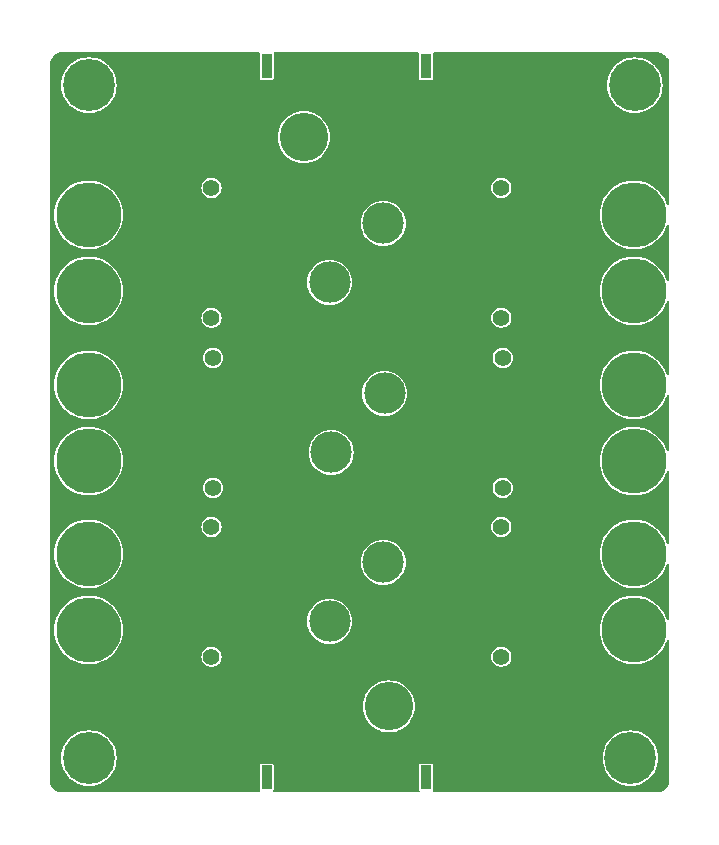
<source format=gbr>
%TF.GenerationSoftware,KiCad,Pcbnew,8.0.4*%
%TF.CreationDate,2024-10-15T19:46:00+02:00*%
%TF.ProjectId,power_hat,706f7765-725f-4686-9174-2e6b69636164,rev?*%
%TF.SameCoordinates,Original*%
%TF.FileFunction,Copper,L1,Top*%
%TF.FilePolarity,Positive*%
%FSLAX46Y46*%
G04 Gerber Fmt 4.6, Leading zero omitted, Abs format (unit mm)*
G04 Created by KiCad (PCBNEW 8.0.4) date 2024-10-15 19:46:00*
%MOMM*%
%LPD*%
G01*
G04 APERTURE LIST*
G04 Aperture macros list*
%AMRoundRect*
0 Rectangle with rounded corners*
0 $1 Rounding radius*
0 $2 $3 $4 $5 $6 $7 $8 $9 X,Y pos of 4 corners*
0 Add a 4 corners polygon primitive as box body*
4,1,4,$2,$3,$4,$5,$6,$7,$8,$9,$2,$3,0*
0 Add four circle primitives for the rounded corners*
1,1,$1+$1,$2,$3*
1,1,$1+$1,$4,$5*
1,1,$1+$1,$6,$7*
1,1,$1+$1,$8,$9*
0 Add four rect primitives between the rounded corners*
20,1,$1+$1,$2,$3,$4,$5,0*
20,1,$1+$1,$4,$5,$6,$7,0*
20,1,$1+$1,$6,$7,$8,$9,0*
20,1,$1+$1,$8,$9,$2,$3,0*%
G04 Aperture macros list end*
%TA.AperFunction,ComponentPad*%
%ADD10C,1.400000*%
%TD*%
%TA.AperFunction,ComponentPad*%
%ADD11R,3.500000X3.500000*%
%TD*%
%TA.AperFunction,ComponentPad*%
%ADD12C,3.500000*%
%TD*%
%TA.AperFunction,ComponentPad*%
%ADD13C,0.700000*%
%TD*%
%TA.AperFunction,ComponentPad*%
%ADD14C,4.400000*%
%TD*%
%TA.AperFunction,ComponentPad*%
%ADD15R,0.900000X2.000000*%
%TD*%
%TA.AperFunction,ComponentPad*%
%ADD16RoundRect,1.025000X1.025000X1.025000X-1.025000X1.025000X-1.025000X-1.025000X1.025000X-1.025000X0*%
%TD*%
%TA.AperFunction,ComponentPad*%
%ADD17C,4.100000*%
%TD*%
%TA.AperFunction,ComponentPad*%
%ADD18RoundRect,1.025000X-1.025000X-1.025000X1.025000X-1.025000X1.025000X1.025000X-1.025000X1.025000X0*%
%TD*%
%TA.AperFunction,ViaPad*%
%ADD19C,5.500000*%
%TD*%
G04 APERTURE END LIST*
D10*
%TO.P,J3,*%
%TO.N,*%
X125218750Y-98225002D03*
X125218750Y-87225002D03*
D11*
%TO.P,J3,1,Pin_1*%
%TO.N,VCC*%
X135218750Y-90225002D03*
D12*
%TO.P,J3,2,Pin_2*%
%TO.N,GND*%
X135218750Y-95225002D03*
%TD*%
D13*
%TO.P,H2,1,1*%
%TO.N,GND*%
X159275000Y-64125000D03*
X159758274Y-62958274D03*
X159758274Y-65291726D03*
X160925000Y-62475000D03*
D14*
X160925000Y-64125000D03*
D13*
X160925000Y-65775000D03*
X162091726Y-62958274D03*
X162091726Y-65291726D03*
X162575000Y-64125000D03*
%TD*%
D15*
%TO.P,J7,*%
%TO.N,*%
X143250000Y-122725000D03*
X129750000Y-122725000D03*
D16*
%TO.P,J7,1,Pin_1*%
%TO.N,VCC*%
X132900000Y-116725000D03*
D17*
%TO.P,J7,2,Pin_2*%
%TO.N,GND*%
X140100000Y-116725000D03*
%TD*%
D10*
%TO.P,J2,*%
%TO.N,*%
X149625000Y-72825001D03*
X149625000Y-83825001D03*
D11*
%TO.P,J2,1,Pin_1*%
%TO.N,VCC*%
X139625000Y-80825001D03*
D12*
%TO.P,J2,2,Pin_2*%
%TO.N,GND*%
X139625000Y-75825001D03*
%TD*%
D13*
%TO.P,H4,1,1*%
%TO.N,GND*%
X113050000Y-121100000D03*
X113533274Y-119933274D03*
X113533274Y-122266726D03*
X114700000Y-119450000D03*
D14*
X114700000Y-121100000D03*
D13*
X114700000Y-122750000D03*
X115866726Y-119933274D03*
X115866726Y-122266726D03*
X116350000Y-121100000D03*
%TD*%
D10*
%TO.P,J6,*%
%TO.N,*%
X125075000Y-112525001D03*
X125075000Y-101525001D03*
D11*
%TO.P,J6,1,Pin_1*%
%TO.N,VCC*%
X135075000Y-104525001D03*
D12*
%TO.P,J6,2,Pin_2*%
%TO.N,GND*%
X135075000Y-109525001D03*
%TD*%
D10*
%TO.P,J8,*%
%TO.N,*%
X149625000Y-101525001D03*
X149625000Y-112525001D03*
D11*
%TO.P,J8,1,Pin_1*%
%TO.N,VCC*%
X139625000Y-109525001D03*
D12*
%TO.P,J8,2,Pin_2*%
%TO.N,GND*%
X139625000Y-104525001D03*
%TD*%
D10*
%TO.P,J4,*%
%TO.N,*%
X149731250Y-87225001D03*
X149731250Y-98225001D03*
D11*
%TO.P,J4,1,Pin_1*%
%TO.N,VCC*%
X139731250Y-95225001D03*
D12*
%TO.P,J4,2,Pin_2*%
%TO.N,GND*%
X139731250Y-90225001D03*
%TD*%
D13*
%TO.P,H1,1,1*%
%TO.N,GND*%
X113050000Y-64125000D03*
X113533274Y-62958274D03*
X113533274Y-65291726D03*
X114700000Y-62475000D03*
D14*
X114700000Y-64125000D03*
D13*
X114700000Y-65775000D03*
X115866726Y-62958274D03*
X115866726Y-65291726D03*
X116350000Y-64125000D03*
%TD*%
D10*
%TO.P,J1,*%
%TO.N,*%
X125075000Y-83825001D03*
X125075000Y-72825001D03*
D11*
%TO.P,J1,1,Pin_1*%
%TO.N,VCC*%
X135075000Y-75825001D03*
D12*
%TO.P,J1,2,Pin_2*%
%TO.N,GND*%
X135075000Y-80825001D03*
%TD*%
D15*
%TO.P,J5,*%
%TO.N,*%
X129750000Y-62525000D03*
X143250000Y-62525000D03*
D18*
%TO.P,J5,1,Pin_1*%
%TO.N,VCC*%
X140100000Y-68525000D03*
D17*
%TO.P,J5,2,Pin_2*%
%TO.N,GND*%
X132900000Y-68525000D03*
%TD*%
D13*
%TO.P,H3,1,1*%
%TO.N,GND*%
X158900000Y-121100000D03*
X159383274Y-119933274D03*
X159383274Y-122266726D03*
X160550000Y-119450000D03*
D14*
X160550000Y-121100000D03*
D13*
X160550000Y-122750000D03*
X161716726Y-119933274D03*
X161716726Y-122266726D03*
X162200000Y-121100000D03*
%TD*%
D19*
%TO.N,GND*%
X114675000Y-110250000D03*
X160850000Y-110250000D03*
X114675000Y-81550000D03*
X160850000Y-89500001D03*
X160850000Y-103800000D03*
X160850000Y-95950001D03*
X114675000Y-89500001D03*
X114675000Y-95950001D03*
X114675000Y-75100000D03*
X160850000Y-81550000D03*
X160850000Y-75100000D03*
X114675000Y-103800000D03*
%TD*%
%TA.AperFunction,Conductor*%
%TO.N,VCC*%
G36*
X129102180Y-61345185D02*
G01*
X129147935Y-61397989D01*
X129157879Y-61467147D01*
X129156758Y-61473693D01*
X129155705Y-61478989D01*
X129149500Y-61510180D01*
X129149500Y-63539820D01*
X129149500Y-63539822D01*
X129149499Y-63539822D01*
X129158231Y-63583717D01*
X129158232Y-63583721D01*
X129158233Y-63583722D01*
X129191496Y-63633504D01*
X129241278Y-63666767D01*
X129241281Y-63666767D01*
X129241282Y-63666768D01*
X129285177Y-63675500D01*
X129285180Y-63675500D01*
X130214822Y-63675500D01*
X130258717Y-63666768D01*
X130258717Y-63666767D01*
X130258722Y-63666767D01*
X130308504Y-63633504D01*
X130341767Y-63583722D01*
X130350500Y-63539820D01*
X130350500Y-61510180D01*
X130344295Y-61478989D01*
X130343242Y-61473693D01*
X130349469Y-61404101D01*
X130392331Y-61348923D01*
X130458220Y-61325678D01*
X130464859Y-61325500D01*
X142535141Y-61325500D01*
X142602180Y-61345185D01*
X142647935Y-61397989D01*
X142657879Y-61467147D01*
X142656758Y-61473693D01*
X142655705Y-61478989D01*
X142649500Y-61510180D01*
X142649500Y-63539820D01*
X142649500Y-63539822D01*
X142649499Y-63539822D01*
X142658231Y-63583717D01*
X142658232Y-63583721D01*
X142658233Y-63583722D01*
X142691496Y-63633504D01*
X142741278Y-63666767D01*
X142741281Y-63666767D01*
X142741282Y-63666768D01*
X142785177Y-63675500D01*
X142785180Y-63675500D01*
X143714822Y-63675500D01*
X143758717Y-63666768D01*
X143758717Y-63666767D01*
X143758722Y-63666767D01*
X143808504Y-63633504D01*
X143841767Y-63583722D01*
X143850500Y-63539820D01*
X143850500Y-61510180D01*
X143844295Y-61478989D01*
X143843242Y-61473693D01*
X143849469Y-61404101D01*
X143892331Y-61348923D01*
X143958220Y-61325678D01*
X143964859Y-61325500D01*
X162644272Y-61325500D01*
X162658630Y-61327384D01*
X162658713Y-61326590D01*
X162668416Y-61327601D01*
X162668423Y-61327603D01*
X162703964Y-61325713D01*
X162704685Y-61325675D01*
X162711268Y-61325500D01*
X162725032Y-61325500D01*
X162729632Y-61325585D01*
X162738160Y-61325901D01*
X162898622Y-61331859D01*
X162920763Y-61334694D01*
X163088293Y-61371725D01*
X163109585Y-61378493D01*
X163267749Y-61444988D01*
X163287479Y-61455467D01*
X163323505Y-61478989D01*
X163431132Y-61549260D01*
X163448664Y-61563110D01*
X163573161Y-61681167D01*
X163587923Y-61697940D01*
X163689207Y-61836415D01*
X163700720Y-61855565D01*
X163775510Y-62009971D01*
X163783399Y-62030876D01*
X163829267Y-62196202D01*
X163833276Y-62218183D01*
X163849222Y-62394493D01*
X163849726Y-62405662D01*
X163849726Y-62457803D01*
X163849727Y-62457816D01*
X163849727Y-74160038D01*
X163830042Y-74227077D01*
X163777238Y-74272832D01*
X163708080Y-74282776D01*
X163644524Y-74253751D01*
X163606936Y-74195601D01*
X163580198Y-74106289D01*
X163446378Y-73796060D01*
X163446375Y-73796052D01*
X163277440Y-73503448D01*
X163277439Y-73503446D01*
X163075681Y-73232438D01*
X163075676Y-73232432D01*
X162963564Y-73113601D01*
X162843817Y-72986677D01*
X162843810Y-72986671D01*
X162843808Y-72986669D01*
X162584998Y-72769500D01*
X162399038Y-72647193D01*
X162302708Y-72583836D01*
X162090309Y-72477165D01*
X162000783Y-72432203D01*
X162000777Y-72432200D01*
X161683284Y-72316642D01*
X161683281Y-72316641D01*
X161456639Y-72262926D01*
X161354520Y-72238724D01*
X161018935Y-72199500D01*
X160681065Y-72199500D01*
X160345480Y-72238724D01*
X160016718Y-72316641D01*
X160016715Y-72316642D01*
X159699222Y-72432200D01*
X159699216Y-72432203D01*
X159397295Y-72583834D01*
X159115001Y-72769500D01*
X158856191Y-72986669D01*
X158856181Y-72986679D01*
X158624323Y-73232432D01*
X158624318Y-73232438D01*
X158422560Y-73503446D01*
X158253627Y-73796047D01*
X158253621Y-73796060D01*
X158119801Y-74106289D01*
X158022899Y-74429968D01*
X158022896Y-74429982D01*
X157964230Y-74762690D01*
X157964229Y-74762701D01*
X157944584Y-75099996D01*
X157944584Y-75100003D01*
X157964229Y-75437298D01*
X157964230Y-75437309D01*
X158022896Y-75770017D01*
X158022899Y-75770031D01*
X158119801Y-76093710D01*
X158253621Y-76403939D01*
X158253627Y-76403952D01*
X158422560Y-76696553D01*
X158624318Y-76967561D01*
X158624323Y-76967567D01*
X158723552Y-77072743D01*
X158856183Y-77213323D01*
X158856189Y-77213328D01*
X158856191Y-77213330D01*
X159115001Y-77430499D01*
X159115006Y-77430502D01*
X159397292Y-77616164D01*
X159699224Y-77767800D01*
X160016717Y-77883358D01*
X160345480Y-77961276D01*
X160681065Y-78000500D01*
X160681072Y-78000500D01*
X161018928Y-78000500D01*
X161018935Y-78000500D01*
X161354520Y-77961276D01*
X161683283Y-77883358D01*
X162000776Y-77767800D01*
X162302708Y-77616164D01*
X162584994Y-77430502D01*
X162588110Y-77427888D01*
X162782276Y-77264962D01*
X162843817Y-77213323D01*
X163075678Y-76967565D01*
X163277440Y-76696552D01*
X163446375Y-76403948D01*
X163580198Y-76093711D01*
X163606936Y-76004396D01*
X163645021Y-75945820D01*
X163708729Y-75917132D01*
X163777834Y-75927440D01*
X163830395Y-75973474D01*
X163849727Y-76039961D01*
X163849727Y-80610038D01*
X163830042Y-80677077D01*
X163777238Y-80722832D01*
X163708080Y-80732776D01*
X163644524Y-80703751D01*
X163606936Y-80645601D01*
X163580198Y-80556289D01*
X163579139Y-80553833D01*
X163446375Y-80246052D01*
X163277440Y-79953448D01*
X163277439Y-79953446D01*
X163075681Y-79682438D01*
X163075676Y-79682432D01*
X162963564Y-79563601D01*
X162843817Y-79436677D01*
X162843810Y-79436671D01*
X162843808Y-79436669D01*
X162584998Y-79219500D01*
X162390882Y-79091829D01*
X162302708Y-79033836D01*
X162113954Y-78939040D01*
X162000783Y-78882203D01*
X162000777Y-78882200D01*
X161683284Y-78766642D01*
X161683281Y-78766641D01*
X161456639Y-78712926D01*
X161354520Y-78688724D01*
X161018935Y-78649500D01*
X160681065Y-78649500D01*
X160345480Y-78688724D01*
X160016718Y-78766641D01*
X160016715Y-78766642D01*
X159699222Y-78882200D01*
X159699216Y-78882203D01*
X159397295Y-79033834D01*
X159115001Y-79219500D01*
X158856191Y-79436669D01*
X158856181Y-79436679D01*
X158624323Y-79682432D01*
X158624318Y-79682438D01*
X158422560Y-79953446D01*
X158253627Y-80246047D01*
X158253621Y-80246060D01*
X158119801Y-80556289D01*
X158022899Y-80879968D01*
X158022896Y-80879982D01*
X157964230Y-81212690D01*
X157964229Y-81212701D01*
X157944584Y-81549996D01*
X157944584Y-81550003D01*
X157964229Y-81887298D01*
X157964230Y-81887309D01*
X158022896Y-82220017D01*
X158022899Y-82220031D01*
X158119801Y-82543710D01*
X158253621Y-82853939D01*
X158253627Y-82853952D01*
X158422560Y-83146553D01*
X158624318Y-83417561D01*
X158624323Y-83417567D01*
X158680557Y-83477171D01*
X158856183Y-83663323D01*
X158856189Y-83663328D01*
X158856191Y-83663330D01*
X159115001Y-83880499D01*
X159115006Y-83880502D01*
X159397292Y-84066164D01*
X159699224Y-84217800D01*
X160016717Y-84333358D01*
X160345480Y-84411276D01*
X160681065Y-84450500D01*
X160681072Y-84450500D01*
X161018928Y-84450500D01*
X161018935Y-84450500D01*
X161354520Y-84411276D01*
X161683283Y-84333358D01*
X162000776Y-84217800D01*
X162302708Y-84066164D01*
X162584994Y-83880502D01*
X162843817Y-83663323D01*
X163075678Y-83417565D01*
X163277440Y-83146552D01*
X163446375Y-82853948D01*
X163580198Y-82543711D01*
X163606936Y-82454396D01*
X163645021Y-82395820D01*
X163708729Y-82367132D01*
X163777834Y-82377440D01*
X163830395Y-82423474D01*
X163849727Y-82489961D01*
X163849727Y-88560039D01*
X163830042Y-88627078D01*
X163777238Y-88672833D01*
X163708080Y-88682777D01*
X163644524Y-88653752D01*
X163606936Y-88595602D01*
X163580198Y-88506290D01*
X163508053Y-88339040D01*
X163446375Y-88196053D01*
X163313331Y-87965614D01*
X163277439Y-87903447D01*
X163075681Y-87632439D01*
X163075676Y-87632433D01*
X162963564Y-87513602D01*
X162843817Y-87386678D01*
X162843810Y-87386672D01*
X162843808Y-87386670D01*
X162584998Y-87169501D01*
X162399036Y-87047193D01*
X162302708Y-86983837D01*
X162090307Y-86877165D01*
X162000783Y-86832204D01*
X162000777Y-86832201D01*
X161683284Y-86716643D01*
X161683281Y-86716642D01*
X161456639Y-86662927D01*
X161354520Y-86638725D01*
X161018935Y-86599501D01*
X160681065Y-86599501D01*
X160345480Y-86638725D01*
X160016718Y-86716642D01*
X160016715Y-86716643D01*
X159699222Y-86832201D01*
X159699216Y-86832204D01*
X159397295Y-86983835D01*
X159115001Y-87169501D01*
X158856191Y-87386670D01*
X158856181Y-87386680D01*
X158624323Y-87632433D01*
X158624318Y-87632439D01*
X158422560Y-87903447D01*
X158253627Y-88196048D01*
X158253621Y-88196061D01*
X158119801Y-88506290D01*
X158022899Y-88829969D01*
X158022896Y-88829983D01*
X157964230Y-89162691D01*
X157964229Y-89162702D01*
X157944584Y-89499997D01*
X157944584Y-89500004D01*
X157964229Y-89837299D01*
X157964230Y-89837310D01*
X158022896Y-90170018D01*
X158022899Y-90170032D01*
X158119801Y-90493711D01*
X158253621Y-90803940D01*
X158253627Y-90803953D01*
X158422560Y-91096554D01*
X158624318Y-91367562D01*
X158624323Y-91367568D01*
X158723561Y-91472753D01*
X158856183Y-91613324D01*
X158856189Y-91613329D01*
X158856191Y-91613331D01*
X159115001Y-91830500D01*
X159115006Y-91830503D01*
X159397292Y-92016165D01*
X159699224Y-92167801D01*
X160016717Y-92283359D01*
X160345480Y-92361277D01*
X160681065Y-92400501D01*
X160681072Y-92400501D01*
X161018928Y-92400501D01*
X161018935Y-92400501D01*
X161354520Y-92361277D01*
X161683283Y-92283359D01*
X162000776Y-92167801D01*
X162302708Y-92016165D01*
X162584994Y-91830503D01*
X162588111Y-91827888D01*
X162686549Y-91745287D01*
X162843817Y-91613324D01*
X163075678Y-91367566D01*
X163277440Y-91096553D01*
X163446375Y-90803949D01*
X163580198Y-90493712D01*
X163606936Y-90404397D01*
X163645021Y-90345821D01*
X163708729Y-90317133D01*
X163777834Y-90327441D01*
X163830395Y-90373475D01*
X163849727Y-90439962D01*
X163849727Y-95010039D01*
X163830042Y-95077078D01*
X163777238Y-95122833D01*
X163708080Y-95132777D01*
X163644524Y-95103752D01*
X163606936Y-95045602D01*
X163580198Y-94956290D01*
X163579139Y-94953834D01*
X163446375Y-94646053D01*
X163277440Y-94353449D01*
X163277439Y-94353447D01*
X163075681Y-94082439D01*
X163075676Y-94082433D01*
X162963564Y-93963602D01*
X162843817Y-93836678D01*
X162843810Y-93836672D01*
X162843808Y-93836670D01*
X162584998Y-93619501D01*
X162390882Y-93491830D01*
X162302708Y-93433837D01*
X162113954Y-93339041D01*
X162000783Y-93282204D01*
X162000777Y-93282201D01*
X161683284Y-93166643D01*
X161683281Y-93166642D01*
X161456639Y-93112927D01*
X161354520Y-93088725D01*
X161018935Y-93049501D01*
X160681065Y-93049501D01*
X160345480Y-93088725D01*
X160016718Y-93166642D01*
X160016715Y-93166643D01*
X159699222Y-93282201D01*
X159699216Y-93282204D01*
X159397295Y-93433835D01*
X159115001Y-93619501D01*
X158856191Y-93836670D01*
X158856181Y-93836680D01*
X158624323Y-94082433D01*
X158624318Y-94082439D01*
X158422560Y-94353447D01*
X158253627Y-94646048D01*
X158253621Y-94646061D01*
X158119801Y-94956290D01*
X158022899Y-95279969D01*
X158022896Y-95279983D01*
X157964230Y-95612691D01*
X157964229Y-95612702D01*
X157944584Y-95949997D01*
X157944584Y-95950004D01*
X157964229Y-96287299D01*
X157964230Y-96287310D01*
X158022896Y-96620018D01*
X158022899Y-96620032D01*
X158119801Y-96943711D01*
X158253621Y-97253940D01*
X158253627Y-97253953D01*
X158422560Y-97546554D01*
X158624318Y-97817562D01*
X158624323Y-97817568D01*
X158680556Y-97877171D01*
X158856183Y-98063324D01*
X158856189Y-98063329D01*
X158856191Y-98063331D01*
X159115001Y-98280500D01*
X159115006Y-98280503D01*
X159397292Y-98466165D01*
X159699224Y-98617801D01*
X160016717Y-98733359D01*
X160345480Y-98811277D01*
X160681065Y-98850501D01*
X160681072Y-98850501D01*
X161018928Y-98850501D01*
X161018935Y-98850501D01*
X161354520Y-98811277D01*
X161683283Y-98733359D01*
X162000776Y-98617801D01*
X162302708Y-98466165D01*
X162584994Y-98280503D01*
X162651139Y-98225001D01*
X162686549Y-98195287D01*
X162843817Y-98063324D01*
X163075678Y-97817566D01*
X163277440Y-97546553D01*
X163446375Y-97253949D01*
X163580198Y-96943712D01*
X163606936Y-96854397D01*
X163645021Y-96795821D01*
X163708729Y-96767133D01*
X163777834Y-96777441D01*
X163830395Y-96823475D01*
X163849727Y-96889962D01*
X163849727Y-102860038D01*
X163830042Y-102927077D01*
X163777238Y-102972832D01*
X163708080Y-102982776D01*
X163644524Y-102953751D01*
X163606936Y-102895601D01*
X163580198Y-102806289D01*
X163446378Y-102496060D01*
X163446375Y-102496052D01*
X163277440Y-102203448D01*
X163277439Y-102203446D01*
X163075681Y-101932438D01*
X163075676Y-101932432D01*
X162963564Y-101813601D01*
X162843817Y-101686677D01*
X162843810Y-101686671D01*
X162843808Y-101686669D01*
X162584998Y-101469500D01*
X162399038Y-101347193D01*
X162302708Y-101283836D01*
X162090309Y-101177165D01*
X162000783Y-101132203D01*
X162000777Y-101132200D01*
X161683284Y-101016642D01*
X161683281Y-101016641D01*
X161456639Y-100962926D01*
X161354520Y-100938724D01*
X161018935Y-100899500D01*
X160681065Y-100899500D01*
X160345480Y-100938724D01*
X160016718Y-101016641D01*
X160016715Y-101016642D01*
X159699222Y-101132200D01*
X159699216Y-101132203D01*
X159397295Y-101283834D01*
X159115001Y-101469500D01*
X158856191Y-101686669D01*
X158856181Y-101686679D01*
X158624323Y-101932432D01*
X158624318Y-101932438D01*
X158422560Y-102203446D01*
X158253627Y-102496047D01*
X158253621Y-102496060D01*
X158119801Y-102806289D01*
X158022899Y-103129968D01*
X158022896Y-103129982D01*
X157964230Y-103462690D01*
X157964229Y-103462701D01*
X157944584Y-103799996D01*
X157944584Y-103800003D01*
X157964229Y-104137298D01*
X157964230Y-104137309D01*
X158022896Y-104470017D01*
X158022899Y-104470031D01*
X158119801Y-104793710D01*
X158253621Y-105103939D01*
X158253627Y-105103952D01*
X158422560Y-105396553D01*
X158624318Y-105667561D01*
X158624323Y-105667567D01*
X158723552Y-105772743D01*
X158856183Y-105913323D01*
X158856189Y-105913328D01*
X158856191Y-105913330D01*
X159115001Y-106130499D01*
X159115006Y-106130502D01*
X159397292Y-106316164D01*
X159699224Y-106467800D01*
X160016717Y-106583358D01*
X160345480Y-106661276D01*
X160681065Y-106700500D01*
X160681072Y-106700500D01*
X161018928Y-106700500D01*
X161018935Y-106700500D01*
X161354520Y-106661276D01*
X161683283Y-106583358D01*
X162000776Y-106467800D01*
X162302708Y-106316164D01*
X162584994Y-106130502D01*
X162588110Y-106127888D01*
X162782276Y-105964962D01*
X162843817Y-105913323D01*
X163075678Y-105667565D01*
X163277440Y-105396552D01*
X163446375Y-105103948D01*
X163580198Y-104793711D01*
X163606936Y-104704396D01*
X163645021Y-104645820D01*
X163708729Y-104617132D01*
X163777834Y-104627440D01*
X163830395Y-104673474D01*
X163849727Y-104739961D01*
X163849727Y-109310038D01*
X163830042Y-109377077D01*
X163777238Y-109422832D01*
X163708080Y-109432776D01*
X163644524Y-109403751D01*
X163606936Y-109345601D01*
X163580198Y-109256289D01*
X163579139Y-109253833D01*
X163446375Y-108946052D01*
X163277440Y-108653448D01*
X163277439Y-108653446D01*
X163075681Y-108382438D01*
X163075676Y-108382432D01*
X162963564Y-108263601D01*
X162843817Y-108136677D01*
X162843810Y-108136671D01*
X162843808Y-108136669D01*
X162584998Y-107919500D01*
X162390882Y-107791829D01*
X162302708Y-107733836D01*
X162113954Y-107639040D01*
X162000783Y-107582203D01*
X162000777Y-107582200D01*
X161683284Y-107466642D01*
X161683281Y-107466641D01*
X161456639Y-107412926D01*
X161354520Y-107388724D01*
X161018935Y-107349500D01*
X160681065Y-107349500D01*
X160345480Y-107388724D01*
X160016718Y-107466641D01*
X160016715Y-107466642D01*
X159699222Y-107582200D01*
X159699216Y-107582203D01*
X159397295Y-107733834D01*
X159115001Y-107919500D01*
X158856191Y-108136669D01*
X158856181Y-108136679D01*
X158624323Y-108382432D01*
X158624318Y-108382438D01*
X158422560Y-108653446D01*
X158253627Y-108946047D01*
X158253621Y-108946060D01*
X158119801Y-109256289D01*
X158022899Y-109579968D01*
X158022896Y-109579982D01*
X157964230Y-109912690D01*
X157964229Y-109912701D01*
X157944584Y-110249996D01*
X157944584Y-110250003D01*
X157964229Y-110587298D01*
X157964230Y-110587309D01*
X158022896Y-110920017D01*
X158022899Y-110920031D01*
X158119801Y-111243710D01*
X158253621Y-111553939D01*
X158253627Y-111553952D01*
X158422560Y-111846553D01*
X158624318Y-112117561D01*
X158624323Y-112117567D01*
X158680557Y-112177171D01*
X158856183Y-112363323D01*
X158856189Y-112363328D01*
X158856191Y-112363330D01*
X159115001Y-112580499D01*
X159115006Y-112580502D01*
X159397292Y-112766164D01*
X159699224Y-112917800D01*
X160016717Y-113033358D01*
X160345480Y-113111276D01*
X160681065Y-113150500D01*
X160681072Y-113150500D01*
X161018928Y-113150500D01*
X161018935Y-113150500D01*
X161354520Y-113111276D01*
X161683283Y-113033358D01*
X162000776Y-112917800D01*
X162302708Y-112766164D01*
X162584994Y-112580502D01*
X162843817Y-112363323D01*
X163075678Y-112117565D01*
X163277440Y-111846552D01*
X163446375Y-111553948D01*
X163580198Y-111243711D01*
X163606936Y-111154396D01*
X163645021Y-111095820D01*
X163708729Y-111067132D01*
X163777834Y-111077440D01*
X163830395Y-111123474D01*
X163849727Y-111189961D01*
X163849727Y-122924979D01*
X163849255Y-122935787D01*
X163834572Y-123103606D01*
X163830819Y-123124892D01*
X163787947Y-123284888D01*
X163780553Y-123305200D01*
X163710553Y-123455310D01*
X163699746Y-123474029D01*
X163604744Y-123609701D01*
X163590849Y-123626260D01*
X163473719Y-123743383D01*
X163457160Y-123757276D01*
X163321481Y-123852273D01*
X163302762Y-123863080D01*
X163152645Y-123933074D01*
X163132332Y-123940466D01*
X162972344Y-123983327D01*
X162951058Y-123987080D01*
X162779838Y-124002052D01*
X162769029Y-124002523D01*
X162717683Y-124002520D01*
X162717633Y-124002524D01*
X143927556Y-124002524D01*
X143860517Y-123982839D01*
X143814762Y-123930035D01*
X143804818Y-123860877D01*
X143824453Y-123809634D01*
X143841767Y-123783722D01*
X143841768Y-123783717D01*
X143850500Y-123739822D01*
X143850500Y-121710177D01*
X143841768Y-121666282D01*
X143841767Y-121666281D01*
X143841767Y-121666278D01*
X143808504Y-121616496D01*
X143808503Y-121616495D01*
X143758724Y-121583234D01*
X143758717Y-121583231D01*
X143714822Y-121574500D01*
X143714820Y-121574500D01*
X142785180Y-121574500D01*
X142785178Y-121574500D01*
X142741282Y-121583231D01*
X142741275Y-121583234D01*
X142691496Y-121616495D01*
X142691495Y-121616496D01*
X142658234Y-121666275D01*
X142658231Y-121666282D01*
X142649500Y-121710177D01*
X142649500Y-121710180D01*
X142649500Y-123739820D01*
X142649500Y-123739822D01*
X142649499Y-123739822D01*
X142658231Y-123783717D01*
X142658232Y-123783720D01*
X142675547Y-123809634D01*
X142696424Y-123876312D01*
X142677939Y-123943692D01*
X142625959Y-123990382D01*
X142572444Y-124002524D01*
X130427556Y-124002524D01*
X130360517Y-123982839D01*
X130314762Y-123930035D01*
X130304818Y-123860877D01*
X130324453Y-123809634D01*
X130341767Y-123783722D01*
X130341768Y-123783717D01*
X130350500Y-123739822D01*
X130350500Y-121710177D01*
X130341768Y-121666282D01*
X130341767Y-121666281D01*
X130341767Y-121666278D01*
X130308504Y-121616496D01*
X130308503Y-121616495D01*
X130258724Y-121583234D01*
X130258717Y-121583231D01*
X130214822Y-121574500D01*
X130214820Y-121574500D01*
X129285180Y-121574500D01*
X129285178Y-121574500D01*
X129241282Y-121583231D01*
X129241275Y-121583234D01*
X129191496Y-121616495D01*
X129191495Y-121616496D01*
X129158234Y-121666275D01*
X129158231Y-121666282D01*
X129149500Y-121710177D01*
X129149500Y-121710180D01*
X129149500Y-123739820D01*
X129149500Y-123739822D01*
X129149499Y-123739822D01*
X129158231Y-123783717D01*
X129158232Y-123783720D01*
X129175547Y-123809634D01*
X129196424Y-123876312D01*
X129177939Y-123943692D01*
X129125959Y-123990382D01*
X129072444Y-124002524D01*
X112455413Y-124002524D01*
X112444605Y-124002052D01*
X112274183Y-123987141D01*
X112252897Y-123983388D01*
X112092900Y-123940517D01*
X112072589Y-123933124D01*
X111922471Y-123863123D01*
X111903753Y-123852316D01*
X111768067Y-123757308D01*
X111751508Y-123743414D01*
X111634383Y-123626288D01*
X111620490Y-123609730D01*
X111525482Y-123474044D01*
X111514675Y-123455326D01*
X111444674Y-123305208D01*
X111437281Y-123284897D01*
X111398446Y-123139962D01*
X111394408Y-123124894D01*
X111390657Y-123103613D01*
X111390656Y-123103606D01*
X111375972Y-122935753D01*
X111375500Y-122924946D01*
X111375500Y-121100000D01*
X112344457Y-121100000D01*
X112364609Y-121407458D01*
X112364611Y-121407470D01*
X112424718Y-121709651D01*
X112424723Y-121709671D01*
X112523758Y-122001419D01*
X112523762Y-122001429D01*
X112660037Y-122277767D01*
X112660041Y-122277774D01*
X112831212Y-122533951D01*
X112831218Y-122533958D01*
X112831222Y-122533964D01*
X112926142Y-122642200D01*
X113034379Y-122765620D01*
X113142616Y-122860540D01*
X113266036Y-122968778D01*
X113266042Y-122968782D01*
X113266048Y-122968787D01*
X113522225Y-123139958D01*
X113522232Y-123139962D01*
X113798570Y-123276237D01*
X113798580Y-123276241D01*
X114090328Y-123375276D01*
X114090332Y-123375277D01*
X114090341Y-123375280D01*
X114392540Y-123435391D01*
X114700000Y-123455543D01*
X115007460Y-123435391D01*
X115309659Y-123375280D01*
X115309671Y-123375276D01*
X115601419Y-123276241D01*
X115601429Y-123276237D01*
X115877772Y-123139960D01*
X116133964Y-122968778D01*
X116365620Y-122765620D01*
X116568778Y-122533964D01*
X116739960Y-122277772D01*
X116876238Y-122001427D01*
X116975280Y-121709659D01*
X117035391Y-121407460D01*
X117055543Y-121100000D01*
X158194457Y-121100000D01*
X158214609Y-121407458D01*
X158214611Y-121407470D01*
X158274718Y-121709651D01*
X158274723Y-121709671D01*
X158373758Y-122001419D01*
X158373762Y-122001429D01*
X158510037Y-122277767D01*
X158510041Y-122277774D01*
X158681212Y-122533951D01*
X158681218Y-122533958D01*
X158681222Y-122533964D01*
X158776142Y-122642200D01*
X158884379Y-122765620D01*
X158992616Y-122860540D01*
X159116036Y-122968778D01*
X159116042Y-122968782D01*
X159116048Y-122968787D01*
X159372225Y-123139958D01*
X159372232Y-123139962D01*
X159648570Y-123276237D01*
X159648580Y-123276241D01*
X159940328Y-123375276D01*
X159940332Y-123375277D01*
X159940341Y-123375280D01*
X160242540Y-123435391D01*
X160550000Y-123455543D01*
X160857460Y-123435391D01*
X161159659Y-123375280D01*
X161159671Y-123375276D01*
X161451419Y-123276241D01*
X161451429Y-123276237D01*
X161727772Y-123139960D01*
X161983964Y-122968778D01*
X162215620Y-122765620D01*
X162418778Y-122533964D01*
X162589960Y-122277772D01*
X162726238Y-122001427D01*
X162825280Y-121709659D01*
X162885391Y-121407460D01*
X162905543Y-121100000D01*
X162885391Y-120792540D01*
X162825280Y-120490341D01*
X162726238Y-120198573D01*
X162726230Y-120198556D01*
X162589965Y-119922238D01*
X162589956Y-119922223D01*
X162587651Y-119918774D01*
X162418778Y-119666036D01*
X162374267Y-119615281D01*
X162215620Y-119434379D01*
X162092200Y-119326142D01*
X161983964Y-119231222D01*
X161983958Y-119231218D01*
X161983951Y-119231212D01*
X161727774Y-119060041D01*
X161727767Y-119060037D01*
X161451429Y-118923762D01*
X161451419Y-118923758D01*
X161159671Y-118824723D01*
X161159651Y-118824718D01*
X160857470Y-118764611D01*
X160857460Y-118764609D01*
X160550000Y-118744457D01*
X160242540Y-118764609D01*
X160242534Y-118764610D01*
X160242529Y-118764611D01*
X159940348Y-118824718D01*
X159940333Y-118824722D01*
X159648577Y-118923760D01*
X159648556Y-118923769D01*
X159372238Y-119060034D01*
X159372223Y-119060043D01*
X159116034Y-119231223D01*
X158884379Y-119434379D01*
X158681223Y-119666034D01*
X158510043Y-119922223D01*
X158510034Y-119922238D01*
X158373769Y-120198556D01*
X158373760Y-120198577D01*
X158274722Y-120490333D01*
X158274718Y-120490348D01*
X158214611Y-120792529D01*
X158214609Y-120792541D01*
X158194457Y-121100000D01*
X117055543Y-121100000D01*
X117035391Y-120792540D01*
X116975280Y-120490341D01*
X116876238Y-120198573D01*
X116876230Y-120198556D01*
X116739965Y-119922238D01*
X116739956Y-119922223D01*
X116737651Y-119918774D01*
X116568778Y-119666036D01*
X116524267Y-119615281D01*
X116365620Y-119434379D01*
X116242200Y-119326142D01*
X116133964Y-119231222D01*
X116133958Y-119231218D01*
X116133951Y-119231212D01*
X115877774Y-119060041D01*
X115877767Y-119060037D01*
X115601429Y-118923762D01*
X115601419Y-118923758D01*
X115309671Y-118824723D01*
X115309651Y-118824718D01*
X115007470Y-118764611D01*
X115007460Y-118764609D01*
X114700000Y-118744457D01*
X114392540Y-118764609D01*
X114392534Y-118764610D01*
X114392529Y-118764611D01*
X114090348Y-118824718D01*
X114090333Y-118824722D01*
X113798577Y-118923760D01*
X113798556Y-118923769D01*
X113522238Y-119060034D01*
X113522223Y-119060043D01*
X113266034Y-119231223D01*
X113034379Y-119434379D01*
X112831223Y-119666034D01*
X112660043Y-119922223D01*
X112660034Y-119922238D01*
X112523769Y-120198556D01*
X112523760Y-120198577D01*
X112424722Y-120490333D01*
X112424718Y-120490348D01*
X112364611Y-120792529D01*
X112364609Y-120792541D01*
X112344457Y-121100000D01*
X111375500Y-121100000D01*
X111375500Y-116725000D01*
X137894778Y-116725000D01*
X137913644Y-117012837D01*
X137913646Y-117012849D01*
X137969917Y-117295745D01*
X137969921Y-117295760D01*
X138062642Y-117568905D01*
X138190219Y-117827606D01*
X138190223Y-117827613D01*
X138350478Y-118067452D01*
X138540672Y-118284327D01*
X138757546Y-118474520D01*
X138997389Y-118634778D01*
X139256098Y-118762359D01*
X139529247Y-118855081D01*
X139812161Y-118911356D01*
X140100000Y-118930222D01*
X140387839Y-118911356D01*
X140670753Y-118855081D01*
X140943902Y-118762359D01*
X141202611Y-118634778D01*
X141442454Y-118474520D01*
X141659327Y-118284327D01*
X141849520Y-118067454D01*
X142009778Y-117827611D01*
X142137359Y-117568902D01*
X142230081Y-117295753D01*
X142286356Y-117012839D01*
X142305222Y-116725000D01*
X142286356Y-116437161D01*
X142230081Y-116154247D01*
X142137359Y-115881098D01*
X142009778Y-115622389D01*
X141849520Y-115382546D01*
X141659327Y-115165672D01*
X141442452Y-114975478D01*
X141202613Y-114815223D01*
X141202606Y-114815219D01*
X140943905Y-114687642D01*
X140670760Y-114594921D01*
X140670754Y-114594919D01*
X140670753Y-114594919D01*
X140670751Y-114594918D01*
X140670745Y-114594917D01*
X140387849Y-114538646D01*
X140387839Y-114538644D01*
X140100000Y-114519778D01*
X139812161Y-114538644D01*
X139812155Y-114538645D01*
X139812150Y-114538646D01*
X139529254Y-114594917D01*
X139529239Y-114594921D01*
X139256094Y-114687642D01*
X138997393Y-114815219D01*
X138997386Y-114815223D01*
X138757547Y-114975478D01*
X138540672Y-115165672D01*
X138350478Y-115382547D01*
X138190223Y-115622386D01*
X138190219Y-115622393D01*
X138062642Y-115881094D01*
X137969921Y-116154239D01*
X137969917Y-116154254D01*
X137913646Y-116437150D01*
X137913644Y-116437162D01*
X137894778Y-116725000D01*
X111375500Y-116725000D01*
X111375500Y-110249996D01*
X111769584Y-110249996D01*
X111769584Y-110250003D01*
X111789229Y-110587298D01*
X111789230Y-110587309D01*
X111847896Y-110920017D01*
X111847899Y-110920031D01*
X111944801Y-111243710D01*
X112078621Y-111553939D01*
X112078627Y-111553952D01*
X112247560Y-111846553D01*
X112449318Y-112117561D01*
X112449323Y-112117567D01*
X112505557Y-112177171D01*
X112681183Y-112363323D01*
X112681189Y-112363328D01*
X112681191Y-112363330D01*
X112940001Y-112580499D01*
X112940006Y-112580502D01*
X113222292Y-112766164D01*
X113524224Y-112917800D01*
X113841717Y-113033358D01*
X114170480Y-113111276D01*
X114506065Y-113150500D01*
X114506072Y-113150500D01*
X114843928Y-113150500D01*
X114843935Y-113150500D01*
X115179520Y-113111276D01*
X115508283Y-113033358D01*
X115825776Y-112917800D01*
X116127708Y-112766164D01*
X116409994Y-112580502D01*
X116476137Y-112525001D01*
X124219815Y-112525001D01*
X124238503Y-112702806D01*
X124238504Y-112702808D01*
X124293747Y-112872830D01*
X124293750Y-112872836D01*
X124383141Y-113027666D01*
X124424812Y-113073947D01*
X124502764Y-113160522D01*
X124502767Y-113160524D01*
X124502770Y-113160527D01*
X124647407Y-113265613D01*
X124810733Y-113338330D01*
X124985609Y-113375501D01*
X124985610Y-113375501D01*
X125164389Y-113375501D01*
X125164391Y-113375501D01*
X125339267Y-113338330D01*
X125502593Y-113265613D01*
X125647230Y-113160527D01*
X125656259Y-113150500D01*
X125691577Y-113111275D01*
X125766859Y-113027666D01*
X125856250Y-112872836D01*
X125911497Y-112702804D01*
X125930185Y-112525001D01*
X148769815Y-112525001D01*
X148788503Y-112702806D01*
X148788504Y-112702808D01*
X148843747Y-112872830D01*
X148843750Y-112872836D01*
X148933141Y-113027666D01*
X148974812Y-113073947D01*
X149052764Y-113160522D01*
X149052767Y-113160524D01*
X149052770Y-113160527D01*
X149197407Y-113265613D01*
X149360733Y-113338330D01*
X149535609Y-113375501D01*
X149535610Y-113375501D01*
X149714389Y-113375501D01*
X149714391Y-113375501D01*
X149889267Y-113338330D01*
X150052593Y-113265613D01*
X150197230Y-113160527D01*
X150206259Y-113150500D01*
X150241577Y-113111275D01*
X150316859Y-113027666D01*
X150406250Y-112872836D01*
X150461497Y-112702804D01*
X150480185Y-112525001D01*
X150461497Y-112347198D01*
X150406250Y-112177166D01*
X150316859Y-112022336D01*
X150270003Y-111970297D01*
X150197235Y-111889479D01*
X150197232Y-111889477D01*
X150197231Y-111889476D01*
X150197230Y-111889475D01*
X150052593Y-111784389D01*
X149889267Y-111711672D01*
X149889265Y-111711671D01*
X149761594Y-111684534D01*
X149714391Y-111674501D01*
X149535609Y-111674501D01*
X149504954Y-111681016D01*
X149360733Y-111711671D01*
X149360728Y-111711673D01*
X149197408Y-111784388D01*
X149052768Y-111889476D01*
X148933140Y-112022337D01*
X148843750Y-112177165D01*
X148843747Y-112177171D01*
X148788504Y-112347193D01*
X148788503Y-112347195D01*
X148769815Y-112525001D01*
X125930185Y-112525001D01*
X125911497Y-112347198D01*
X125856250Y-112177166D01*
X125766859Y-112022336D01*
X125720003Y-111970297D01*
X125647235Y-111889479D01*
X125647232Y-111889477D01*
X125647231Y-111889476D01*
X125647230Y-111889475D01*
X125502593Y-111784389D01*
X125339267Y-111711672D01*
X125339265Y-111711671D01*
X125211594Y-111684534D01*
X125164391Y-111674501D01*
X124985609Y-111674501D01*
X124954954Y-111681016D01*
X124810733Y-111711671D01*
X124810728Y-111711673D01*
X124647408Y-111784388D01*
X124502768Y-111889476D01*
X124383140Y-112022337D01*
X124293750Y-112177165D01*
X124293747Y-112177171D01*
X124238504Y-112347193D01*
X124238503Y-112347195D01*
X124219815Y-112525001D01*
X116476137Y-112525001D01*
X116668817Y-112363323D01*
X116900678Y-112117565D01*
X117102440Y-111846552D01*
X117271375Y-111553948D01*
X117405198Y-111243711D01*
X117502100Y-110920035D01*
X117560771Y-110587298D01*
X117580416Y-110250000D01*
X117560771Y-109912702D01*
X117502100Y-109579965D01*
X117485644Y-109524999D01*
X133169645Y-109524999D01*
X133169645Y-109525002D01*
X133189039Y-109796161D01*
X133189040Y-109796168D01*
X133246823Y-110061794D01*
X133246825Y-110061802D01*
X133317021Y-110250003D01*
X133341830Y-110316520D01*
X133472109Y-110555108D01*
X133472110Y-110555109D01*
X133472113Y-110555114D01*
X133635029Y-110772743D01*
X133635033Y-110772747D01*
X133635038Y-110772753D01*
X133827247Y-110964962D01*
X133827253Y-110964967D01*
X133827258Y-110964972D01*
X134044887Y-111127888D01*
X134044891Y-111127890D01*
X134044892Y-111127891D01*
X134283481Y-111258170D01*
X134283480Y-111258170D01*
X134283484Y-111258171D01*
X134283487Y-111258173D01*
X134538199Y-111353176D01*
X134803840Y-111410962D01*
X135055605Y-111428968D01*
X135074999Y-111430356D01*
X135075000Y-111430356D01*
X135075001Y-111430356D01*
X135093100Y-111429061D01*
X135346160Y-111410962D01*
X135611801Y-111353176D01*
X135866513Y-111258173D01*
X135866517Y-111258170D01*
X135866519Y-111258170D01*
X136056563Y-111154398D01*
X136105113Y-111127888D01*
X136322742Y-110964972D01*
X136514971Y-110772743D01*
X136677887Y-110555114D01*
X136808172Y-110316514D01*
X136903175Y-110061802D01*
X136960961Y-109796161D01*
X136980355Y-109525001D01*
X136960961Y-109253841D01*
X136903175Y-108988200D01*
X136808172Y-108733488D01*
X136808170Y-108733485D01*
X136808169Y-108733481D01*
X136677890Y-108494893D01*
X136677889Y-108494892D01*
X136677887Y-108494888D01*
X136514971Y-108277259D01*
X136514966Y-108277254D01*
X136514961Y-108277248D01*
X136322752Y-108085039D01*
X136322746Y-108085034D01*
X136322742Y-108085030D01*
X136105113Y-107922114D01*
X136105108Y-107922111D01*
X136105107Y-107922110D01*
X135866518Y-107791831D01*
X135866519Y-107791831D01*
X135816920Y-107773331D01*
X135611801Y-107696826D01*
X135611794Y-107696824D01*
X135611793Y-107696824D01*
X135346167Y-107639041D01*
X135346160Y-107639040D01*
X135075001Y-107619646D01*
X135074999Y-107619646D01*
X134803839Y-107639040D01*
X134803832Y-107639041D01*
X134538206Y-107696824D01*
X134538202Y-107696825D01*
X134538199Y-107696826D01*
X134438977Y-107733834D01*
X134283480Y-107791831D01*
X134044892Y-107922110D01*
X134044891Y-107922111D01*
X133827259Y-108085029D01*
X133827247Y-108085039D01*
X133635038Y-108277248D01*
X133635028Y-108277260D01*
X133472110Y-108494892D01*
X133472109Y-108494893D01*
X133341830Y-108733481D01*
X133294326Y-108860844D01*
X133246825Y-108988200D01*
X133246824Y-108988203D01*
X133246823Y-108988207D01*
X133189040Y-109253833D01*
X133189039Y-109253840D01*
X133169645Y-109524999D01*
X117485644Y-109524999D01*
X117405198Y-109256289D01*
X117271375Y-108946052D01*
X117102440Y-108653448D01*
X117102439Y-108653446D01*
X116900681Y-108382438D01*
X116900676Y-108382432D01*
X116788564Y-108263601D01*
X116668817Y-108136677D01*
X116668810Y-108136671D01*
X116668808Y-108136669D01*
X116409998Y-107919500D01*
X116215882Y-107791829D01*
X116127708Y-107733836D01*
X115938954Y-107639040D01*
X115825783Y-107582203D01*
X115825777Y-107582200D01*
X115508284Y-107466642D01*
X115508281Y-107466641D01*
X115281639Y-107412926D01*
X115179520Y-107388724D01*
X114843935Y-107349500D01*
X114506065Y-107349500D01*
X114170480Y-107388724D01*
X113841718Y-107466641D01*
X113841715Y-107466642D01*
X113524222Y-107582200D01*
X113524216Y-107582203D01*
X113222295Y-107733834D01*
X112940001Y-107919500D01*
X112681191Y-108136669D01*
X112681181Y-108136679D01*
X112449323Y-108382432D01*
X112449318Y-108382438D01*
X112247560Y-108653446D01*
X112078627Y-108946047D01*
X112078621Y-108946060D01*
X111944801Y-109256289D01*
X111847899Y-109579968D01*
X111847896Y-109579982D01*
X111789230Y-109912690D01*
X111789229Y-109912701D01*
X111769584Y-110249996D01*
X111375500Y-110249996D01*
X111375500Y-103799996D01*
X111769584Y-103799996D01*
X111769584Y-103800003D01*
X111789229Y-104137298D01*
X111789230Y-104137309D01*
X111847896Y-104470017D01*
X111847899Y-104470031D01*
X111944801Y-104793710D01*
X112078621Y-105103939D01*
X112078627Y-105103952D01*
X112247560Y-105396553D01*
X112449318Y-105667561D01*
X112449323Y-105667567D01*
X112548552Y-105772743D01*
X112681183Y-105913323D01*
X112681189Y-105913328D01*
X112681191Y-105913330D01*
X112940001Y-106130499D01*
X112940006Y-106130502D01*
X113222292Y-106316164D01*
X113524224Y-106467800D01*
X113841717Y-106583358D01*
X114170480Y-106661276D01*
X114506065Y-106700500D01*
X114506072Y-106700500D01*
X114843928Y-106700500D01*
X114843935Y-106700500D01*
X115179520Y-106661276D01*
X115508283Y-106583358D01*
X115825776Y-106467800D01*
X116127708Y-106316164D01*
X116409994Y-106130502D01*
X116413110Y-106127888D01*
X116607276Y-105964962D01*
X116668817Y-105913323D01*
X116900678Y-105667565D01*
X117102440Y-105396552D01*
X117271375Y-105103948D01*
X117405198Y-104793711D01*
X117485645Y-104524999D01*
X137719645Y-104524999D01*
X137719645Y-104525002D01*
X137739039Y-104796161D01*
X137739040Y-104796168D01*
X137796823Y-105061794D01*
X137796825Y-105061802D01*
X137873330Y-105266921D01*
X137891830Y-105316520D01*
X138022109Y-105555108D01*
X138022110Y-105555109D01*
X138022113Y-105555114D01*
X138185029Y-105772743D01*
X138185033Y-105772747D01*
X138185038Y-105772753D01*
X138377247Y-105964962D01*
X138377253Y-105964967D01*
X138377258Y-105964972D01*
X138594887Y-106127888D01*
X138594891Y-106127890D01*
X138594892Y-106127891D01*
X138833481Y-106258170D01*
X138833480Y-106258170D01*
X138833484Y-106258171D01*
X138833487Y-106258173D01*
X139088199Y-106353176D01*
X139353840Y-106410962D01*
X139605605Y-106428968D01*
X139624999Y-106430356D01*
X139625000Y-106430356D01*
X139625001Y-106430356D01*
X139643100Y-106429061D01*
X139896160Y-106410962D01*
X140161801Y-106353176D01*
X140416513Y-106258173D01*
X140416517Y-106258170D01*
X140416519Y-106258170D01*
X140535813Y-106193030D01*
X140655113Y-106127888D01*
X140872742Y-105964972D01*
X141064971Y-105772743D01*
X141227887Y-105555114D01*
X141358172Y-105316514D01*
X141453175Y-105061802D01*
X141510961Y-104796161D01*
X141530355Y-104525001D01*
X141510961Y-104253841D01*
X141453175Y-103988200D01*
X141358172Y-103733488D01*
X141358170Y-103733485D01*
X141358169Y-103733481D01*
X141227890Y-103494893D01*
X141227889Y-103494892D01*
X141227887Y-103494888D01*
X141064971Y-103277259D01*
X141064966Y-103277254D01*
X141064961Y-103277248D01*
X140872752Y-103085039D01*
X140872746Y-103085034D01*
X140872742Y-103085030D01*
X140655113Y-102922114D01*
X140655108Y-102922111D01*
X140655107Y-102922110D01*
X140416518Y-102791831D01*
X140416519Y-102791831D01*
X140366920Y-102773331D01*
X140161801Y-102696826D01*
X140161794Y-102696824D01*
X140161793Y-102696824D01*
X139896167Y-102639041D01*
X139896160Y-102639040D01*
X139625001Y-102619646D01*
X139624999Y-102619646D01*
X139353839Y-102639040D01*
X139353832Y-102639041D01*
X139088206Y-102696824D01*
X139088202Y-102696825D01*
X139088199Y-102696826D01*
X138960843Y-102744327D01*
X138833480Y-102791831D01*
X138594892Y-102922110D01*
X138594891Y-102922111D01*
X138377259Y-103085029D01*
X138377247Y-103085039D01*
X138185038Y-103277248D01*
X138185028Y-103277260D01*
X138022110Y-103494892D01*
X138022109Y-103494893D01*
X137891830Y-103733481D01*
X137867020Y-103800000D01*
X137796825Y-103988200D01*
X137796824Y-103988203D01*
X137796823Y-103988207D01*
X137739040Y-104253833D01*
X137739039Y-104253840D01*
X137719645Y-104524999D01*
X117485645Y-104524999D01*
X117502100Y-104470035D01*
X117560771Y-104137298D01*
X117580416Y-103800000D01*
X117560771Y-103462702D01*
X117502100Y-103129965D01*
X117405198Y-102806289D01*
X117271375Y-102496052D01*
X117102440Y-102203448D01*
X117102439Y-102203446D01*
X116900681Y-101932438D01*
X116900676Y-101932432D01*
X116788564Y-101813601D01*
X116668817Y-101686677D01*
X116668810Y-101686671D01*
X116668808Y-101686669D01*
X116476141Y-101525001D01*
X124219815Y-101525001D01*
X124238503Y-101702806D01*
X124238504Y-101702808D01*
X124293747Y-101872830D01*
X124293750Y-101872836D01*
X124383141Y-102027666D01*
X124424812Y-102073947D01*
X124502764Y-102160522D01*
X124502767Y-102160524D01*
X124502770Y-102160527D01*
X124647407Y-102265613D01*
X124810733Y-102338330D01*
X124985609Y-102375501D01*
X124985610Y-102375501D01*
X125164389Y-102375501D01*
X125164391Y-102375501D01*
X125339267Y-102338330D01*
X125502593Y-102265613D01*
X125647230Y-102160527D01*
X125766859Y-102027666D01*
X125856250Y-101872836D01*
X125911497Y-101702804D01*
X125930185Y-101525001D01*
X148769815Y-101525001D01*
X148788503Y-101702806D01*
X148788504Y-101702808D01*
X148843747Y-101872830D01*
X148843750Y-101872836D01*
X148933141Y-102027666D01*
X148974812Y-102073947D01*
X149052764Y-102160522D01*
X149052767Y-102160524D01*
X149052770Y-102160527D01*
X149197407Y-102265613D01*
X149360733Y-102338330D01*
X149535609Y-102375501D01*
X149535610Y-102375501D01*
X149714389Y-102375501D01*
X149714391Y-102375501D01*
X149889267Y-102338330D01*
X150052593Y-102265613D01*
X150197230Y-102160527D01*
X150316859Y-102027666D01*
X150406250Y-101872836D01*
X150461497Y-101702804D01*
X150480185Y-101525001D01*
X150461497Y-101347198D01*
X150406250Y-101177166D01*
X150316859Y-101022336D01*
X150270003Y-100970297D01*
X150197235Y-100889479D01*
X150197232Y-100889477D01*
X150197231Y-100889476D01*
X150197230Y-100889475D01*
X150052593Y-100784389D01*
X149889267Y-100711672D01*
X149889265Y-100711671D01*
X149761594Y-100684534D01*
X149714391Y-100674501D01*
X149535609Y-100674501D01*
X149504954Y-100681016D01*
X149360733Y-100711671D01*
X149360728Y-100711673D01*
X149197408Y-100784388D01*
X149052768Y-100889476D01*
X148933140Y-101022337D01*
X148843750Y-101177165D01*
X148843747Y-101177171D01*
X148788504Y-101347193D01*
X148788503Y-101347195D01*
X148769815Y-101525001D01*
X125930185Y-101525001D01*
X125911497Y-101347198D01*
X125856250Y-101177166D01*
X125766859Y-101022336D01*
X125720003Y-100970297D01*
X125647235Y-100889479D01*
X125647232Y-100889477D01*
X125647231Y-100889476D01*
X125647230Y-100889475D01*
X125502593Y-100784389D01*
X125339267Y-100711672D01*
X125339265Y-100711671D01*
X125211594Y-100684534D01*
X125164391Y-100674501D01*
X124985609Y-100674501D01*
X124954954Y-100681016D01*
X124810733Y-100711671D01*
X124810728Y-100711673D01*
X124647408Y-100784388D01*
X124502768Y-100889476D01*
X124383140Y-101022337D01*
X124293750Y-101177165D01*
X124293747Y-101177171D01*
X124238504Y-101347193D01*
X124238503Y-101347195D01*
X124219815Y-101525001D01*
X116476141Y-101525001D01*
X116409998Y-101469500D01*
X116224038Y-101347193D01*
X116127708Y-101283836D01*
X115915309Y-101177165D01*
X115825783Y-101132203D01*
X115825777Y-101132200D01*
X115508284Y-101016642D01*
X115508281Y-101016641D01*
X115281639Y-100962926D01*
X115179520Y-100938724D01*
X114843935Y-100899500D01*
X114506065Y-100899500D01*
X114170480Y-100938724D01*
X113841718Y-101016641D01*
X113841715Y-101016642D01*
X113524222Y-101132200D01*
X113524216Y-101132203D01*
X113222295Y-101283834D01*
X112940001Y-101469500D01*
X112681191Y-101686669D01*
X112681181Y-101686679D01*
X112449323Y-101932432D01*
X112449318Y-101932438D01*
X112247560Y-102203446D01*
X112078627Y-102496047D01*
X112078621Y-102496060D01*
X111944801Y-102806289D01*
X111847899Y-103129968D01*
X111847896Y-103129982D01*
X111789230Y-103462690D01*
X111789229Y-103462701D01*
X111769584Y-103799996D01*
X111375500Y-103799996D01*
X111375500Y-95949997D01*
X111769584Y-95949997D01*
X111769584Y-95950004D01*
X111789229Y-96287299D01*
X111789230Y-96287310D01*
X111847896Y-96620018D01*
X111847899Y-96620032D01*
X111944801Y-96943711D01*
X112078621Y-97253940D01*
X112078627Y-97253953D01*
X112247560Y-97546554D01*
X112449318Y-97817562D01*
X112449323Y-97817568D01*
X112505556Y-97877171D01*
X112681183Y-98063324D01*
X112681189Y-98063329D01*
X112681191Y-98063331D01*
X112940001Y-98280500D01*
X112940006Y-98280503D01*
X113222292Y-98466165D01*
X113524224Y-98617801D01*
X113841717Y-98733359D01*
X114170480Y-98811277D01*
X114506065Y-98850501D01*
X114506072Y-98850501D01*
X114843928Y-98850501D01*
X114843935Y-98850501D01*
X115179520Y-98811277D01*
X115508283Y-98733359D01*
X115825776Y-98617801D01*
X116127708Y-98466165D01*
X116409994Y-98280503D01*
X116476138Y-98225002D01*
X124363565Y-98225002D01*
X124382253Y-98402807D01*
X124382254Y-98402809D01*
X124437497Y-98572831D01*
X124437500Y-98572836D01*
X124437500Y-98572837D01*
X124526891Y-98727667D01*
X124568562Y-98773948D01*
X124646514Y-98860523D01*
X124646517Y-98860525D01*
X124646520Y-98860528D01*
X124791157Y-98965614D01*
X124954483Y-99038331D01*
X125129359Y-99075502D01*
X125129360Y-99075502D01*
X125308139Y-99075502D01*
X125308141Y-99075502D01*
X125483017Y-99038331D01*
X125646343Y-98965614D01*
X125790980Y-98860528D01*
X125790986Y-98860522D01*
X125835327Y-98811276D01*
X125910609Y-98727667D01*
X126000000Y-98572837D01*
X126055247Y-98402805D01*
X126073935Y-98225002D01*
X126073935Y-98225001D01*
X148876065Y-98225001D01*
X148894753Y-98402806D01*
X148894754Y-98402808D01*
X148949997Y-98572830D01*
X148949998Y-98572831D01*
X148950000Y-98572836D01*
X149039391Y-98727666D01*
X149081062Y-98773947D01*
X149159014Y-98860522D01*
X149159017Y-98860524D01*
X149159020Y-98860527D01*
X149303657Y-98965613D01*
X149466983Y-99038330D01*
X149641859Y-99075501D01*
X149641860Y-99075501D01*
X149820639Y-99075501D01*
X149820641Y-99075501D01*
X149995517Y-99038330D01*
X150158843Y-98965613D01*
X150303480Y-98860527D01*
X150312508Y-98850501D01*
X150347826Y-98811276D01*
X150423109Y-98727666D01*
X150512500Y-98572836D01*
X150567747Y-98402804D01*
X150586435Y-98225001D01*
X150567747Y-98047198D01*
X150512500Y-97877166D01*
X150423109Y-97722336D01*
X150376253Y-97670297D01*
X150303485Y-97589479D01*
X150303482Y-97589477D01*
X150303481Y-97589476D01*
X150303480Y-97589475D01*
X150158843Y-97484389D01*
X149995517Y-97411672D01*
X149995515Y-97411671D01*
X149867844Y-97384534D01*
X149820641Y-97374501D01*
X149641859Y-97374501D01*
X149611204Y-97381016D01*
X149466983Y-97411671D01*
X149466978Y-97411673D01*
X149303658Y-97484388D01*
X149159018Y-97589476D01*
X149039390Y-97722337D01*
X148950000Y-97877165D01*
X148949997Y-97877171D01*
X148894754Y-98047193D01*
X148894753Y-98047195D01*
X148876065Y-98225001D01*
X126073935Y-98225001D01*
X126055247Y-98047199D01*
X126000001Y-97877171D01*
X125999999Y-97877166D01*
X125910609Y-97722337D01*
X125863753Y-97670298D01*
X125790985Y-97589480D01*
X125790982Y-97589478D01*
X125790981Y-97589477D01*
X125790980Y-97589476D01*
X125646343Y-97484390D01*
X125483017Y-97411673D01*
X125483015Y-97411672D01*
X125355344Y-97384535D01*
X125308141Y-97374502D01*
X125129359Y-97374502D01*
X125098704Y-97381017D01*
X124954483Y-97411672D01*
X124954478Y-97411674D01*
X124791158Y-97484389D01*
X124646518Y-97589477D01*
X124526890Y-97722338D01*
X124437500Y-97877166D01*
X124437497Y-97877172D01*
X124382254Y-98047194D01*
X124382253Y-98047196D01*
X124363565Y-98225002D01*
X116476138Y-98225002D01*
X116476139Y-98225001D01*
X116511549Y-98195287D01*
X116668817Y-98063324D01*
X116900678Y-97817566D01*
X117102440Y-97546553D01*
X117271375Y-97253949D01*
X117405198Y-96943712D01*
X117502100Y-96620036D01*
X117560771Y-96287299D01*
X117580416Y-95950001D01*
X117560771Y-95612703D01*
X117502100Y-95279966D01*
X117485644Y-95225000D01*
X133313395Y-95225000D01*
X133313395Y-95225003D01*
X133332789Y-95496162D01*
X133332790Y-95496169D01*
X133390573Y-95761795D01*
X133390575Y-95761803D01*
X133460771Y-95950004D01*
X133485580Y-96016521D01*
X133615859Y-96255109D01*
X133615860Y-96255110D01*
X133615863Y-96255115D01*
X133778779Y-96472744D01*
X133778783Y-96472748D01*
X133778788Y-96472754D01*
X133970997Y-96664963D01*
X133971003Y-96664968D01*
X133971008Y-96664973D01*
X134188637Y-96827889D01*
X134188641Y-96827891D01*
X134188642Y-96827892D01*
X134427231Y-96958171D01*
X134427230Y-96958171D01*
X134427234Y-96958172D01*
X134427237Y-96958174D01*
X134681949Y-97053177D01*
X134947590Y-97110963D01*
X135199355Y-97128969D01*
X135218749Y-97130357D01*
X135218750Y-97130357D01*
X135218751Y-97130357D01*
X135236850Y-97129062D01*
X135489910Y-97110963D01*
X135755551Y-97053177D01*
X136010263Y-96958174D01*
X136010267Y-96958171D01*
X136010269Y-96958171D01*
X136200313Y-96854399D01*
X136248863Y-96827889D01*
X136466492Y-96664973D01*
X136658721Y-96472744D01*
X136821637Y-96255115D01*
X136951922Y-96016515D01*
X137046925Y-95761803D01*
X137104711Y-95496162D01*
X137124105Y-95225002D01*
X137104711Y-94953842D01*
X137046925Y-94688201D01*
X136951922Y-94433489D01*
X136951920Y-94433486D01*
X136951919Y-94433482D01*
X136821640Y-94194894D01*
X136821639Y-94194893D01*
X136821637Y-94194889D01*
X136658721Y-93977260D01*
X136658716Y-93977255D01*
X136658711Y-93977249D01*
X136466502Y-93785040D01*
X136466496Y-93785035D01*
X136466492Y-93785031D01*
X136248863Y-93622115D01*
X136248858Y-93622112D01*
X136248857Y-93622111D01*
X136010268Y-93491832D01*
X136010269Y-93491832D01*
X135960670Y-93473332D01*
X135755551Y-93396827D01*
X135755544Y-93396825D01*
X135755543Y-93396825D01*
X135489917Y-93339042D01*
X135489910Y-93339041D01*
X135218751Y-93319647D01*
X135218749Y-93319647D01*
X134947589Y-93339041D01*
X134947582Y-93339042D01*
X134681956Y-93396825D01*
X134681952Y-93396826D01*
X134681949Y-93396827D01*
X134582727Y-93433835D01*
X134427230Y-93491832D01*
X134188642Y-93622111D01*
X134188641Y-93622112D01*
X133971009Y-93785030D01*
X133970997Y-93785040D01*
X133778788Y-93977249D01*
X133778778Y-93977261D01*
X133615860Y-94194893D01*
X133615859Y-94194894D01*
X133485580Y-94433482D01*
X133438076Y-94560845D01*
X133390575Y-94688201D01*
X133390574Y-94688204D01*
X133390573Y-94688208D01*
X133332790Y-94953834D01*
X133332789Y-94953841D01*
X133313395Y-95225000D01*
X117485644Y-95225000D01*
X117405198Y-94956290D01*
X117271375Y-94646053D01*
X117102440Y-94353449D01*
X117102439Y-94353447D01*
X116900681Y-94082439D01*
X116900676Y-94082433D01*
X116788564Y-93963602D01*
X116668817Y-93836678D01*
X116668810Y-93836672D01*
X116668808Y-93836670D01*
X116409998Y-93619501D01*
X116215882Y-93491830D01*
X116127708Y-93433837D01*
X115938954Y-93339041D01*
X115825783Y-93282204D01*
X115825777Y-93282201D01*
X115508284Y-93166643D01*
X115508281Y-93166642D01*
X115281639Y-93112927D01*
X115179520Y-93088725D01*
X114843935Y-93049501D01*
X114506065Y-93049501D01*
X114170480Y-93088725D01*
X113841718Y-93166642D01*
X113841715Y-93166643D01*
X113524222Y-93282201D01*
X113524216Y-93282204D01*
X113222295Y-93433835D01*
X112940001Y-93619501D01*
X112681191Y-93836670D01*
X112681181Y-93836680D01*
X112449323Y-94082433D01*
X112449318Y-94082439D01*
X112247560Y-94353447D01*
X112078627Y-94646048D01*
X112078621Y-94646061D01*
X111944801Y-94956290D01*
X111847899Y-95279969D01*
X111847896Y-95279983D01*
X111789230Y-95612691D01*
X111789229Y-95612702D01*
X111769584Y-95949997D01*
X111375500Y-95949997D01*
X111375500Y-89499997D01*
X111769584Y-89499997D01*
X111769584Y-89500004D01*
X111789229Y-89837299D01*
X111789230Y-89837310D01*
X111847896Y-90170018D01*
X111847899Y-90170032D01*
X111944801Y-90493711D01*
X112078621Y-90803940D01*
X112078627Y-90803953D01*
X112247560Y-91096554D01*
X112449318Y-91367562D01*
X112449323Y-91367568D01*
X112548561Y-91472753D01*
X112681183Y-91613324D01*
X112681189Y-91613329D01*
X112681191Y-91613331D01*
X112940001Y-91830500D01*
X112940006Y-91830503D01*
X113222292Y-92016165D01*
X113524224Y-92167801D01*
X113841717Y-92283359D01*
X114170480Y-92361277D01*
X114506065Y-92400501D01*
X114506072Y-92400501D01*
X114843928Y-92400501D01*
X114843935Y-92400501D01*
X115179520Y-92361277D01*
X115508283Y-92283359D01*
X115825776Y-92167801D01*
X116127708Y-92016165D01*
X116409994Y-91830503D01*
X116413111Y-91827888D01*
X116511549Y-91745287D01*
X116668817Y-91613324D01*
X116900678Y-91367566D01*
X117102440Y-91096553D01*
X117271375Y-90803949D01*
X117405198Y-90493712D01*
X117485645Y-90224999D01*
X137825895Y-90224999D01*
X137825895Y-90225002D01*
X137845289Y-90496161D01*
X137845290Y-90496168D01*
X137903073Y-90761794D01*
X137903075Y-90761802D01*
X137918797Y-90803953D01*
X137998080Y-91016520D01*
X138128359Y-91255108D01*
X138128360Y-91255109D01*
X138128363Y-91255114D01*
X138291279Y-91472743D01*
X138291283Y-91472747D01*
X138291288Y-91472753D01*
X138483497Y-91664962D01*
X138483503Y-91664967D01*
X138483508Y-91664972D01*
X138701137Y-91827888D01*
X138701141Y-91827890D01*
X138701142Y-91827891D01*
X138939731Y-91958170D01*
X138939730Y-91958170D01*
X138939734Y-91958171D01*
X138939737Y-91958173D01*
X139194449Y-92053176D01*
X139460090Y-92110962D01*
X139711855Y-92128968D01*
X139731249Y-92130356D01*
X139731250Y-92130356D01*
X139731251Y-92130356D01*
X139749350Y-92129061D01*
X140002410Y-92110962D01*
X140268051Y-92053176D01*
X140522763Y-91958173D01*
X140522767Y-91958170D01*
X140522769Y-91958170D01*
X140642063Y-91893030D01*
X140761363Y-91827888D01*
X140978992Y-91664972D01*
X141171221Y-91472743D01*
X141334137Y-91255114D01*
X141464422Y-91016514D01*
X141559425Y-90761802D01*
X141617211Y-90496161D01*
X141636605Y-90225001D01*
X141617211Y-89953841D01*
X141559425Y-89688200D01*
X141464422Y-89433488D01*
X141464420Y-89433485D01*
X141464419Y-89433481D01*
X141334140Y-89194893D01*
X141334139Y-89194892D01*
X141334137Y-89194888D01*
X141171221Y-88977259D01*
X141171216Y-88977254D01*
X141171211Y-88977248D01*
X140979002Y-88785039D01*
X140978996Y-88785034D01*
X140978992Y-88785030D01*
X140761363Y-88622114D01*
X140761358Y-88622111D01*
X140761357Y-88622110D01*
X140522768Y-88491831D01*
X140522769Y-88491831D01*
X140473170Y-88473331D01*
X140268051Y-88396826D01*
X140268044Y-88396824D01*
X140268043Y-88396824D01*
X140002417Y-88339041D01*
X140002410Y-88339040D01*
X139731251Y-88319646D01*
X139731249Y-88319646D01*
X139460089Y-88339040D01*
X139460082Y-88339041D01*
X139194456Y-88396824D01*
X139194452Y-88396825D01*
X139194449Y-88396826D01*
X139067093Y-88444327D01*
X138939730Y-88491831D01*
X138701142Y-88622110D01*
X138701141Y-88622111D01*
X138483509Y-88785029D01*
X138483497Y-88785039D01*
X138291288Y-88977248D01*
X138291278Y-88977260D01*
X138128360Y-89194892D01*
X138128359Y-89194893D01*
X137998080Y-89433481D01*
X137950576Y-89560844D01*
X137903075Y-89688200D01*
X137903074Y-89688203D01*
X137903073Y-89688207D01*
X137845290Y-89953833D01*
X137845289Y-89953840D01*
X137825895Y-90224999D01*
X117485645Y-90224999D01*
X117502100Y-90170036D01*
X117560771Y-89837299D01*
X117580416Y-89500001D01*
X117560771Y-89162703D01*
X117502100Y-88829966D01*
X117405198Y-88506290D01*
X117271375Y-88196053D01*
X117138331Y-87965614D01*
X117102439Y-87903447D01*
X116900681Y-87632439D01*
X116900676Y-87632433D01*
X116788564Y-87513602D01*
X116668817Y-87386678D01*
X116668810Y-87386672D01*
X116668808Y-87386670D01*
X116476141Y-87225002D01*
X124363565Y-87225002D01*
X124382253Y-87402807D01*
X124382254Y-87402809D01*
X124437497Y-87572831D01*
X124437500Y-87572836D01*
X124437500Y-87572837D01*
X124526891Y-87727667D01*
X124568562Y-87773948D01*
X124646514Y-87860523D01*
X124646517Y-87860525D01*
X124646520Y-87860528D01*
X124791157Y-87965614D01*
X124954483Y-88038331D01*
X125129359Y-88075502D01*
X125129360Y-88075502D01*
X125308139Y-88075502D01*
X125308141Y-88075502D01*
X125483017Y-88038331D01*
X125646343Y-87965614D01*
X125790980Y-87860528D01*
X125790986Y-87860522D01*
X125816898Y-87831743D01*
X125910609Y-87727667D01*
X126000000Y-87572837D01*
X126055247Y-87402805D01*
X126073935Y-87225002D01*
X126073935Y-87225001D01*
X148876065Y-87225001D01*
X148894753Y-87402806D01*
X148894754Y-87402808D01*
X148949997Y-87572830D01*
X148949998Y-87572831D01*
X148950000Y-87572836D01*
X149039391Y-87727666D01*
X149081062Y-87773947D01*
X149159014Y-87860522D01*
X149159017Y-87860524D01*
X149159020Y-87860527D01*
X149303657Y-87965613D01*
X149466983Y-88038330D01*
X149641859Y-88075501D01*
X149641860Y-88075501D01*
X149820639Y-88075501D01*
X149820641Y-88075501D01*
X149995517Y-88038330D01*
X150158843Y-87965613D01*
X150303480Y-87860527D01*
X150423109Y-87727666D01*
X150512500Y-87572836D01*
X150567747Y-87402804D01*
X150586435Y-87225001D01*
X150567747Y-87047198D01*
X150512500Y-86877166D01*
X150423109Y-86722336D01*
X150376253Y-86670297D01*
X150303485Y-86589479D01*
X150303482Y-86589477D01*
X150303481Y-86589476D01*
X150303480Y-86589475D01*
X150158843Y-86484389D01*
X149995517Y-86411672D01*
X149995515Y-86411671D01*
X149867844Y-86384534D01*
X149820641Y-86374501D01*
X149641859Y-86374501D01*
X149611204Y-86381016D01*
X149466983Y-86411671D01*
X149466978Y-86411673D01*
X149303658Y-86484388D01*
X149159018Y-86589476D01*
X149039390Y-86722337D01*
X148950000Y-86877165D01*
X148949997Y-86877171D01*
X148894754Y-87047193D01*
X148894753Y-87047195D01*
X148876065Y-87225001D01*
X126073935Y-87225001D01*
X126055247Y-87047199D01*
X126000001Y-86877171D01*
X125999999Y-86877166D01*
X125910609Y-86722337D01*
X125863753Y-86670298D01*
X125790985Y-86589480D01*
X125790982Y-86589478D01*
X125790981Y-86589477D01*
X125790980Y-86589476D01*
X125646343Y-86484390D01*
X125483017Y-86411673D01*
X125483015Y-86411672D01*
X125355344Y-86384535D01*
X125308141Y-86374502D01*
X125129359Y-86374502D01*
X125098704Y-86381017D01*
X124954483Y-86411672D01*
X124954478Y-86411674D01*
X124791158Y-86484389D01*
X124646518Y-86589477D01*
X124526890Y-86722338D01*
X124437500Y-86877166D01*
X124437497Y-86877172D01*
X124382254Y-87047194D01*
X124382253Y-87047196D01*
X124363565Y-87225002D01*
X116476141Y-87225002D01*
X116409998Y-87169501D01*
X116224036Y-87047193D01*
X116127708Y-86983837D01*
X115915307Y-86877165D01*
X115825783Y-86832204D01*
X115825777Y-86832201D01*
X115508284Y-86716643D01*
X115508281Y-86716642D01*
X115281639Y-86662927D01*
X115179520Y-86638725D01*
X114843935Y-86599501D01*
X114506065Y-86599501D01*
X114170480Y-86638725D01*
X113841718Y-86716642D01*
X113841715Y-86716643D01*
X113524222Y-86832201D01*
X113524216Y-86832204D01*
X113222295Y-86983835D01*
X112940001Y-87169501D01*
X112681191Y-87386670D01*
X112681181Y-87386680D01*
X112449323Y-87632433D01*
X112449318Y-87632439D01*
X112247560Y-87903447D01*
X112078627Y-88196048D01*
X112078621Y-88196061D01*
X111944801Y-88506290D01*
X111847899Y-88829969D01*
X111847896Y-88829983D01*
X111789230Y-89162691D01*
X111789229Y-89162702D01*
X111769584Y-89499997D01*
X111375500Y-89499997D01*
X111375500Y-81549996D01*
X111769584Y-81549996D01*
X111769584Y-81550003D01*
X111789229Y-81887298D01*
X111789230Y-81887309D01*
X111847896Y-82220017D01*
X111847899Y-82220031D01*
X111944801Y-82543710D01*
X112078621Y-82853939D01*
X112078627Y-82853952D01*
X112247560Y-83146553D01*
X112449318Y-83417561D01*
X112449323Y-83417567D01*
X112505557Y-83477171D01*
X112681183Y-83663323D01*
X112681189Y-83663328D01*
X112681191Y-83663330D01*
X112940001Y-83880499D01*
X112940006Y-83880502D01*
X113222292Y-84066164D01*
X113524224Y-84217800D01*
X113841717Y-84333358D01*
X114170480Y-84411276D01*
X114506065Y-84450500D01*
X114506072Y-84450500D01*
X114843928Y-84450500D01*
X114843935Y-84450500D01*
X115179520Y-84411276D01*
X115508283Y-84333358D01*
X115825776Y-84217800D01*
X116127708Y-84066164D01*
X116409994Y-83880502D01*
X116476137Y-83825001D01*
X124219815Y-83825001D01*
X124238503Y-84002806D01*
X124238504Y-84002808D01*
X124293747Y-84172830D01*
X124293750Y-84172836D01*
X124383141Y-84327666D01*
X124424812Y-84373947D01*
X124502764Y-84460522D01*
X124502767Y-84460524D01*
X124502770Y-84460527D01*
X124647407Y-84565613D01*
X124810733Y-84638330D01*
X124985609Y-84675501D01*
X124985610Y-84675501D01*
X125164389Y-84675501D01*
X125164391Y-84675501D01*
X125339267Y-84638330D01*
X125502593Y-84565613D01*
X125647230Y-84460527D01*
X125656259Y-84450500D01*
X125691577Y-84411275D01*
X125766859Y-84327666D01*
X125856250Y-84172836D01*
X125911497Y-84002804D01*
X125930185Y-83825001D01*
X148769815Y-83825001D01*
X148788503Y-84002806D01*
X148788504Y-84002808D01*
X148843747Y-84172830D01*
X148843750Y-84172836D01*
X148933141Y-84327666D01*
X148974812Y-84373947D01*
X149052764Y-84460522D01*
X149052767Y-84460524D01*
X149052770Y-84460527D01*
X149197407Y-84565613D01*
X149360733Y-84638330D01*
X149535609Y-84675501D01*
X149535610Y-84675501D01*
X149714389Y-84675501D01*
X149714391Y-84675501D01*
X149889267Y-84638330D01*
X150052593Y-84565613D01*
X150197230Y-84460527D01*
X150206259Y-84450500D01*
X150241577Y-84411275D01*
X150316859Y-84327666D01*
X150406250Y-84172836D01*
X150461497Y-84002804D01*
X150480185Y-83825001D01*
X150461497Y-83647198D01*
X150406250Y-83477166D01*
X150316859Y-83322336D01*
X150270003Y-83270297D01*
X150197235Y-83189479D01*
X150197232Y-83189477D01*
X150197231Y-83189476D01*
X150197230Y-83189475D01*
X150052593Y-83084389D01*
X149889267Y-83011672D01*
X149889265Y-83011671D01*
X149761594Y-82984534D01*
X149714391Y-82974501D01*
X149535609Y-82974501D01*
X149504954Y-82981016D01*
X149360733Y-83011671D01*
X149360728Y-83011673D01*
X149197408Y-83084388D01*
X149052768Y-83189476D01*
X148933140Y-83322337D01*
X148843750Y-83477165D01*
X148843747Y-83477171D01*
X148788504Y-83647193D01*
X148788503Y-83647195D01*
X148769815Y-83825001D01*
X125930185Y-83825001D01*
X125911497Y-83647198D01*
X125856250Y-83477166D01*
X125766859Y-83322336D01*
X125720003Y-83270297D01*
X125647235Y-83189479D01*
X125647232Y-83189477D01*
X125647231Y-83189476D01*
X125647230Y-83189475D01*
X125502593Y-83084389D01*
X125339267Y-83011672D01*
X125339265Y-83011671D01*
X125211594Y-82984534D01*
X125164391Y-82974501D01*
X124985609Y-82974501D01*
X124954954Y-82981016D01*
X124810733Y-83011671D01*
X124810728Y-83011673D01*
X124647408Y-83084388D01*
X124502768Y-83189476D01*
X124383140Y-83322337D01*
X124293750Y-83477165D01*
X124293747Y-83477171D01*
X124238504Y-83647193D01*
X124238503Y-83647195D01*
X124219815Y-83825001D01*
X116476137Y-83825001D01*
X116668817Y-83663323D01*
X116900678Y-83417565D01*
X117102440Y-83146552D01*
X117271375Y-82853948D01*
X117405198Y-82543711D01*
X117502100Y-82220035D01*
X117560771Y-81887298D01*
X117580416Y-81550000D01*
X117560771Y-81212702D01*
X117502100Y-80879965D01*
X117485644Y-80824999D01*
X133169645Y-80824999D01*
X133169645Y-80825002D01*
X133189039Y-81096161D01*
X133189040Y-81096168D01*
X133246823Y-81361794D01*
X133246825Y-81361802D01*
X133317021Y-81550003D01*
X133341830Y-81616520D01*
X133472109Y-81855108D01*
X133472110Y-81855109D01*
X133472113Y-81855114D01*
X133635029Y-82072743D01*
X133635033Y-82072747D01*
X133635038Y-82072753D01*
X133827247Y-82264962D01*
X133827253Y-82264967D01*
X133827258Y-82264972D01*
X134044887Y-82427888D01*
X134044891Y-82427890D01*
X134044892Y-82427891D01*
X134283481Y-82558170D01*
X134283480Y-82558170D01*
X134283484Y-82558171D01*
X134283487Y-82558173D01*
X134538199Y-82653176D01*
X134803840Y-82710962D01*
X135055605Y-82728968D01*
X135074999Y-82730356D01*
X135075000Y-82730356D01*
X135075001Y-82730356D01*
X135093100Y-82729061D01*
X135346160Y-82710962D01*
X135611801Y-82653176D01*
X135866513Y-82558173D01*
X135866517Y-82558170D01*
X135866519Y-82558170D01*
X136056563Y-82454398D01*
X136105113Y-82427888D01*
X136322742Y-82264972D01*
X136514971Y-82072743D01*
X136677887Y-81855114D01*
X136808172Y-81616514D01*
X136903175Y-81361802D01*
X136960961Y-81096161D01*
X136980355Y-80825001D01*
X136960961Y-80553841D01*
X136903175Y-80288200D01*
X136808172Y-80033488D01*
X136808170Y-80033485D01*
X136808169Y-80033481D01*
X136677890Y-79794893D01*
X136677889Y-79794892D01*
X136677887Y-79794888D01*
X136514971Y-79577259D01*
X136514966Y-79577254D01*
X136514961Y-79577248D01*
X136322752Y-79385039D01*
X136322746Y-79385034D01*
X136322742Y-79385030D01*
X136105113Y-79222114D01*
X136105108Y-79222111D01*
X136105107Y-79222110D01*
X135866518Y-79091831D01*
X135866519Y-79091831D01*
X135816920Y-79073331D01*
X135611801Y-78996826D01*
X135611794Y-78996824D01*
X135611793Y-78996824D01*
X135346167Y-78939041D01*
X135346160Y-78939040D01*
X135075001Y-78919646D01*
X135074999Y-78919646D01*
X134803839Y-78939040D01*
X134803832Y-78939041D01*
X134538206Y-78996824D01*
X134538202Y-78996825D01*
X134538199Y-78996826D01*
X134438977Y-79033834D01*
X134283480Y-79091831D01*
X134044892Y-79222110D01*
X134044891Y-79222111D01*
X133827259Y-79385029D01*
X133827247Y-79385039D01*
X133635038Y-79577248D01*
X133635028Y-79577260D01*
X133472110Y-79794892D01*
X133472109Y-79794893D01*
X133341830Y-80033481D01*
X133294326Y-80160844D01*
X133246825Y-80288200D01*
X133246824Y-80288203D01*
X133246823Y-80288207D01*
X133189040Y-80553833D01*
X133189039Y-80553840D01*
X133169645Y-80824999D01*
X117485644Y-80824999D01*
X117405198Y-80556289D01*
X117271375Y-80246052D01*
X117102440Y-79953448D01*
X117102439Y-79953446D01*
X116900681Y-79682438D01*
X116900676Y-79682432D01*
X116788564Y-79563601D01*
X116668817Y-79436677D01*
X116668810Y-79436671D01*
X116668808Y-79436669D01*
X116409998Y-79219500D01*
X116215882Y-79091829D01*
X116127708Y-79033836D01*
X115938954Y-78939040D01*
X115825783Y-78882203D01*
X115825777Y-78882200D01*
X115508284Y-78766642D01*
X115508281Y-78766641D01*
X115281639Y-78712926D01*
X115179520Y-78688724D01*
X114843935Y-78649500D01*
X114506065Y-78649500D01*
X114170480Y-78688724D01*
X113841718Y-78766641D01*
X113841715Y-78766642D01*
X113524222Y-78882200D01*
X113524216Y-78882203D01*
X113222295Y-79033834D01*
X112940001Y-79219500D01*
X112681191Y-79436669D01*
X112681181Y-79436679D01*
X112449323Y-79682432D01*
X112449318Y-79682438D01*
X112247560Y-79953446D01*
X112078627Y-80246047D01*
X112078621Y-80246060D01*
X111944801Y-80556289D01*
X111847899Y-80879968D01*
X111847896Y-80879982D01*
X111789230Y-81212690D01*
X111789229Y-81212701D01*
X111769584Y-81549996D01*
X111375500Y-81549996D01*
X111375500Y-75099996D01*
X111769584Y-75099996D01*
X111769584Y-75100003D01*
X111789229Y-75437298D01*
X111789230Y-75437309D01*
X111847896Y-75770017D01*
X111847899Y-75770031D01*
X111944801Y-76093710D01*
X112078621Y-76403939D01*
X112078627Y-76403952D01*
X112247560Y-76696553D01*
X112449318Y-76967561D01*
X112449323Y-76967567D01*
X112548552Y-77072743D01*
X112681183Y-77213323D01*
X112681189Y-77213328D01*
X112681191Y-77213330D01*
X112940001Y-77430499D01*
X112940006Y-77430502D01*
X113222292Y-77616164D01*
X113524224Y-77767800D01*
X113841717Y-77883358D01*
X114170480Y-77961276D01*
X114506065Y-78000500D01*
X114506072Y-78000500D01*
X114843928Y-78000500D01*
X114843935Y-78000500D01*
X115179520Y-77961276D01*
X115508283Y-77883358D01*
X115825776Y-77767800D01*
X116127708Y-77616164D01*
X116409994Y-77430502D01*
X116413110Y-77427888D01*
X116607276Y-77264962D01*
X116668817Y-77213323D01*
X116900678Y-76967565D01*
X117102440Y-76696552D01*
X117271375Y-76403948D01*
X117405198Y-76093711D01*
X117485645Y-75824999D01*
X137719645Y-75824999D01*
X137719645Y-75825002D01*
X137739039Y-76096161D01*
X137739040Y-76096168D01*
X137796823Y-76361794D01*
X137796825Y-76361802D01*
X137873330Y-76566921D01*
X137891830Y-76616520D01*
X138022109Y-76855108D01*
X138022110Y-76855109D01*
X138022113Y-76855114D01*
X138185029Y-77072743D01*
X138185033Y-77072747D01*
X138185038Y-77072753D01*
X138377247Y-77264962D01*
X138377253Y-77264967D01*
X138377258Y-77264972D01*
X138594887Y-77427888D01*
X138594891Y-77427890D01*
X138594892Y-77427891D01*
X138833481Y-77558170D01*
X138833480Y-77558170D01*
X138833484Y-77558171D01*
X138833487Y-77558173D01*
X139088199Y-77653176D01*
X139353840Y-77710962D01*
X139605605Y-77728968D01*
X139624999Y-77730356D01*
X139625000Y-77730356D01*
X139625001Y-77730356D01*
X139643100Y-77729061D01*
X139896160Y-77710962D01*
X140161801Y-77653176D01*
X140416513Y-77558173D01*
X140416517Y-77558170D01*
X140416519Y-77558170D01*
X140535813Y-77493030D01*
X140655113Y-77427888D01*
X140872742Y-77264972D01*
X141064971Y-77072743D01*
X141227887Y-76855114D01*
X141358172Y-76616514D01*
X141453175Y-76361802D01*
X141510961Y-76096161D01*
X141530355Y-75825001D01*
X141510961Y-75553841D01*
X141453175Y-75288200D01*
X141358172Y-75033488D01*
X141358170Y-75033485D01*
X141358169Y-75033481D01*
X141227890Y-74794893D01*
X141227889Y-74794892D01*
X141227887Y-74794888D01*
X141064971Y-74577259D01*
X141064966Y-74577254D01*
X141064961Y-74577248D01*
X140872752Y-74385039D01*
X140872746Y-74385034D01*
X140872742Y-74385030D01*
X140655113Y-74222114D01*
X140655108Y-74222111D01*
X140655107Y-74222110D01*
X140416518Y-74091831D01*
X140416519Y-74091831D01*
X140366920Y-74073331D01*
X140161801Y-73996826D01*
X140161794Y-73996824D01*
X140161793Y-73996824D01*
X139896167Y-73939041D01*
X139896160Y-73939040D01*
X139625001Y-73919646D01*
X139624999Y-73919646D01*
X139353839Y-73939040D01*
X139353832Y-73939041D01*
X139088206Y-73996824D01*
X139088202Y-73996825D01*
X139088199Y-73996826D01*
X138960843Y-74044327D01*
X138833480Y-74091831D01*
X138594892Y-74222110D01*
X138594891Y-74222111D01*
X138377259Y-74385029D01*
X138377247Y-74385039D01*
X138185038Y-74577248D01*
X138185028Y-74577260D01*
X138022110Y-74794892D01*
X138022109Y-74794893D01*
X137891830Y-75033481D01*
X137867020Y-75100000D01*
X137796825Y-75288200D01*
X137796824Y-75288203D01*
X137796823Y-75288207D01*
X137739040Y-75553833D01*
X137739039Y-75553840D01*
X137719645Y-75824999D01*
X117485645Y-75824999D01*
X117502100Y-75770035D01*
X117560771Y-75437298D01*
X117580416Y-75100000D01*
X117560771Y-74762702D01*
X117502100Y-74429965D01*
X117405198Y-74106289D01*
X117271375Y-73796052D01*
X117102440Y-73503448D01*
X117102439Y-73503446D01*
X116900681Y-73232438D01*
X116900676Y-73232432D01*
X116788564Y-73113601D01*
X116668817Y-72986677D01*
X116668810Y-72986671D01*
X116668808Y-72986669D01*
X116476141Y-72825001D01*
X124219815Y-72825001D01*
X124238503Y-73002806D01*
X124238504Y-73002808D01*
X124293747Y-73172830D01*
X124293750Y-73172836D01*
X124383141Y-73327666D01*
X124424812Y-73373947D01*
X124502764Y-73460522D01*
X124502767Y-73460524D01*
X124502770Y-73460527D01*
X124647407Y-73565613D01*
X124810733Y-73638330D01*
X124985609Y-73675501D01*
X124985610Y-73675501D01*
X125164389Y-73675501D01*
X125164391Y-73675501D01*
X125339267Y-73638330D01*
X125502593Y-73565613D01*
X125647230Y-73460527D01*
X125766859Y-73327666D01*
X125856250Y-73172836D01*
X125911497Y-73002804D01*
X125930185Y-72825001D01*
X148769815Y-72825001D01*
X148788503Y-73002806D01*
X148788504Y-73002808D01*
X148843747Y-73172830D01*
X148843750Y-73172836D01*
X148933141Y-73327666D01*
X148974812Y-73373947D01*
X149052764Y-73460522D01*
X149052767Y-73460524D01*
X149052770Y-73460527D01*
X149197407Y-73565613D01*
X149360733Y-73638330D01*
X149535609Y-73675501D01*
X149535610Y-73675501D01*
X149714389Y-73675501D01*
X149714391Y-73675501D01*
X149889267Y-73638330D01*
X150052593Y-73565613D01*
X150197230Y-73460527D01*
X150316859Y-73327666D01*
X150406250Y-73172836D01*
X150461497Y-73002804D01*
X150480185Y-72825001D01*
X150461497Y-72647198D01*
X150406250Y-72477166D01*
X150316859Y-72322336D01*
X150270003Y-72270297D01*
X150197235Y-72189479D01*
X150197232Y-72189477D01*
X150197231Y-72189476D01*
X150197230Y-72189475D01*
X150052593Y-72084389D01*
X149889267Y-72011672D01*
X149889265Y-72011671D01*
X149761594Y-71984534D01*
X149714391Y-71974501D01*
X149535609Y-71974501D01*
X149504954Y-71981016D01*
X149360733Y-72011671D01*
X149360728Y-72011673D01*
X149197408Y-72084388D01*
X149052768Y-72189476D01*
X148933140Y-72322337D01*
X148843750Y-72477165D01*
X148843747Y-72477171D01*
X148788504Y-72647193D01*
X148788503Y-72647195D01*
X148769815Y-72825001D01*
X125930185Y-72825001D01*
X125911497Y-72647198D01*
X125856250Y-72477166D01*
X125766859Y-72322336D01*
X125720003Y-72270297D01*
X125647235Y-72189479D01*
X125647232Y-72189477D01*
X125647231Y-72189476D01*
X125647230Y-72189475D01*
X125502593Y-72084389D01*
X125339267Y-72011672D01*
X125339265Y-72011671D01*
X125211594Y-71984534D01*
X125164391Y-71974501D01*
X124985609Y-71974501D01*
X124954954Y-71981016D01*
X124810733Y-72011671D01*
X124810728Y-72011673D01*
X124647408Y-72084388D01*
X124502768Y-72189476D01*
X124383140Y-72322337D01*
X124293750Y-72477165D01*
X124293747Y-72477171D01*
X124238504Y-72647193D01*
X124238503Y-72647195D01*
X124219815Y-72825001D01*
X116476141Y-72825001D01*
X116409998Y-72769500D01*
X116224038Y-72647193D01*
X116127708Y-72583836D01*
X115915309Y-72477165D01*
X115825783Y-72432203D01*
X115825777Y-72432200D01*
X115508284Y-72316642D01*
X115508281Y-72316641D01*
X115281639Y-72262926D01*
X115179520Y-72238724D01*
X114843935Y-72199500D01*
X114506065Y-72199500D01*
X114170480Y-72238724D01*
X113841718Y-72316641D01*
X113841715Y-72316642D01*
X113524222Y-72432200D01*
X113524216Y-72432203D01*
X113222295Y-72583834D01*
X112940001Y-72769500D01*
X112681191Y-72986669D01*
X112681181Y-72986679D01*
X112449323Y-73232432D01*
X112449318Y-73232438D01*
X112247560Y-73503446D01*
X112078627Y-73796047D01*
X112078621Y-73796060D01*
X111944801Y-74106289D01*
X111847899Y-74429968D01*
X111847896Y-74429982D01*
X111789230Y-74762690D01*
X111789229Y-74762701D01*
X111769584Y-75099996D01*
X111375500Y-75099996D01*
X111375500Y-68525000D01*
X130694778Y-68525000D01*
X130713644Y-68812837D01*
X130713646Y-68812849D01*
X130769917Y-69095745D01*
X130769921Y-69095760D01*
X130862642Y-69368905D01*
X130990219Y-69627606D01*
X130990223Y-69627613D01*
X131150478Y-69867452D01*
X131340672Y-70084327D01*
X131557546Y-70274520D01*
X131797389Y-70434778D01*
X132056098Y-70562359D01*
X132329247Y-70655081D01*
X132612161Y-70711356D01*
X132900000Y-70730222D01*
X133187839Y-70711356D01*
X133470753Y-70655081D01*
X133743902Y-70562359D01*
X134002611Y-70434778D01*
X134242454Y-70274520D01*
X134459327Y-70084327D01*
X134649520Y-69867454D01*
X134809778Y-69627611D01*
X134937359Y-69368902D01*
X135030081Y-69095753D01*
X135086356Y-68812839D01*
X135105222Y-68525000D01*
X135086356Y-68237161D01*
X135030081Y-67954247D01*
X134937359Y-67681098D01*
X134809778Y-67422389D01*
X134649520Y-67182546D01*
X134459327Y-66965672D01*
X134242452Y-66775478D01*
X134002613Y-66615223D01*
X134002606Y-66615219D01*
X133743905Y-66487642D01*
X133470760Y-66394921D01*
X133470754Y-66394919D01*
X133470753Y-66394919D01*
X133470751Y-66394918D01*
X133470745Y-66394917D01*
X133187849Y-66338646D01*
X133187839Y-66338644D01*
X132900000Y-66319778D01*
X132612161Y-66338644D01*
X132612155Y-66338645D01*
X132612150Y-66338646D01*
X132329254Y-66394917D01*
X132329239Y-66394921D01*
X132056094Y-66487642D01*
X131797393Y-66615219D01*
X131797386Y-66615223D01*
X131557547Y-66775478D01*
X131340672Y-66965672D01*
X131150478Y-67182547D01*
X130990223Y-67422386D01*
X130990219Y-67422393D01*
X130862642Y-67681094D01*
X130769921Y-67954239D01*
X130769917Y-67954254D01*
X130713646Y-68237150D01*
X130713644Y-68237162D01*
X130694778Y-68525000D01*
X111375500Y-68525000D01*
X111375500Y-64125000D01*
X112344457Y-64125000D01*
X112364609Y-64432458D01*
X112364611Y-64432470D01*
X112424718Y-64734651D01*
X112424723Y-64734671D01*
X112523758Y-65026419D01*
X112523762Y-65026429D01*
X112660037Y-65302767D01*
X112660041Y-65302774D01*
X112831212Y-65558951D01*
X112831218Y-65558958D01*
X112831222Y-65558964D01*
X112926142Y-65667200D01*
X113034379Y-65790620D01*
X113142616Y-65885540D01*
X113266036Y-65993778D01*
X113266042Y-65993782D01*
X113266048Y-65993787D01*
X113522225Y-66164958D01*
X113522232Y-66164962D01*
X113798570Y-66301237D01*
X113798580Y-66301241D01*
X114090328Y-66400276D01*
X114090332Y-66400277D01*
X114090341Y-66400280D01*
X114392540Y-66460391D01*
X114700000Y-66480543D01*
X115007460Y-66460391D01*
X115309659Y-66400280D01*
X115491233Y-66338644D01*
X115601419Y-66301241D01*
X115601429Y-66301237D01*
X115877772Y-66164960D01*
X116133964Y-65993778D01*
X116365620Y-65790620D01*
X116568778Y-65558964D01*
X116739960Y-65302772D01*
X116876238Y-65026427D01*
X116975280Y-64734659D01*
X117035391Y-64432460D01*
X117055543Y-64125000D01*
X158569457Y-64125000D01*
X158589609Y-64432458D01*
X158589611Y-64432470D01*
X158649718Y-64734651D01*
X158649723Y-64734671D01*
X158748758Y-65026419D01*
X158748762Y-65026429D01*
X158885037Y-65302767D01*
X158885041Y-65302774D01*
X159056212Y-65558951D01*
X159056218Y-65558958D01*
X159056222Y-65558964D01*
X159151142Y-65667200D01*
X159259379Y-65790620D01*
X159367616Y-65885540D01*
X159491036Y-65993778D01*
X159491042Y-65993782D01*
X159491048Y-65993787D01*
X159747225Y-66164958D01*
X159747232Y-66164962D01*
X160023570Y-66301237D01*
X160023580Y-66301241D01*
X160315328Y-66400276D01*
X160315332Y-66400277D01*
X160315341Y-66400280D01*
X160617540Y-66460391D01*
X160925000Y-66480543D01*
X161232460Y-66460391D01*
X161534659Y-66400280D01*
X161716233Y-66338644D01*
X161826419Y-66301241D01*
X161826429Y-66301237D01*
X162102772Y-66164960D01*
X162358964Y-65993778D01*
X162590620Y-65790620D01*
X162793778Y-65558964D01*
X162964960Y-65302772D01*
X163101238Y-65026427D01*
X163200280Y-64734659D01*
X163260391Y-64432460D01*
X163280543Y-64125000D01*
X163260391Y-63817540D01*
X163200280Y-63515341D01*
X163101238Y-63223573D01*
X163101230Y-63223556D01*
X162964965Y-62947238D01*
X162964956Y-62947223D01*
X162962651Y-62943774D01*
X162793778Y-62691036D01*
X162749267Y-62640281D01*
X162590620Y-62459379D01*
X162407990Y-62299217D01*
X162358964Y-62256222D01*
X162358958Y-62256218D01*
X162358951Y-62256212D01*
X162102774Y-62085041D01*
X162102767Y-62085037D01*
X161826429Y-61948762D01*
X161826419Y-61948758D01*
X161534671Y-61849723D01*
X161534651Y-61849718D01*
X161232470Y-61789611D01*
X161232460Y-61789609D01*
X160925000Y-61769457D01*
X160617540Y-61789609D01*
X160617534Y-61789610D01*
X160617529Y-61789611D01*
X160315348Y-61849718D01*
X160315333Y-61849722D01*
X160023577Y-61948760D01*
X160023556Y-61948769D01*
X159747238Y-62085034D01*
X159747223Y-62085043D01*
X159491034Y-62256223D01*
X159259379Y-62459379D01*
X159056223Y-62691034D01*
X158885043Y-62947223D01*
X158885034Y-62947238D01*
X158748769Y-63223556D01*
X158748760Y-63223577D01*
X158649722Y-63515333D01*
X158649718Y-63515348D01*
X158589611Y-63817529D01*
X158589609Y-63817541D01*
X158569457Y-64125000D01*
X117055543Y-64125000D01*
X117035391Y-63817540D01*
X116975280Y-63515341D01*
X116876238Y-63223573D01*
X116876230Y-63223556D01*
X116739965Y-62947238D01*
X116739956Y-62947223D01*
X116737651Y-62943774D01*
X116568778Y-62691036D01*
X116524267Y-62640281D01*
X116365620Y-62459379D01*
X116182990Y-62299217D01*
X116133964Y-62256222D01*
X116133958Y-62256218D01*
X116133951Y-62256212D01*
X115877774Y-62085041D01*
X115877767Y-62085037D01*
X115601429Y-61948762D01*
X115601419Y-61948758D01*
X115309671Y-61849723D01*
X115309651Y-61849718D01*
X115007470Y-61789611D01*
X115007460Y-61789609D01*
X114700000Y-61769457D01*
X114392540Y-61789609D01*
X114392534Y-61789610D01*
X114392529Y-61789611D01*
X114090348Y-61849718D01*
X114090333Y-61849722D01*
X113798577Y-61948760D01*
X113798556Y-61948769D01*
X113522238Y-62085034D01*
X113522223Y-62085043D01*
X113266034Y-62256223D01*
X113034379Y-62459379D01*
X112831223Y-62691034D01*
X112660043Y-62947223D01*
X112660034Y-62947238D01*
X112523769Y-63223556D01*
X112523760Y-63223577D01*
X112424722Y-63515333D01*
X112424718Y-63515348D01*
X112364611Y-63817529D01*
X112364609Y-63817541D01*
X112344457Y-64125000D01*
X111375500Y-64125000D01*
X111375500Y-62436039D01*
X111376149Y-62423368D01*
X111388902Y-62299217D01*
X111393961Y-62249967D01*
X111397908Y-62229194D01*
X111443893Y-62065034D01*
X111451312Y-62045236D01*
X111463280Y-62020069D01*
X111524523Y-61891277D01*
X111535199Y-61873028D01*
X111633502Y-61733756D01*
X111647121Y-61717586D01*
X111767671Y-61597033D01*
X111783832Y-61583420D01*
X111923118Y-61485104D01*
X111941358Y-61474435D01*
X112095320Y-61401217D01*
X112115112Y-61393800D01*
X112279275Y-61347811D01*
X112300038Y-61343866D01*
X112472484Y-61326148D01*
X112485157Y-61325500D01*
X129035141Y-61325500D01*
X129102180Y-61345185D01*
G37*
%TD.AperFunction*%
%TD*%
M02*

</source>
